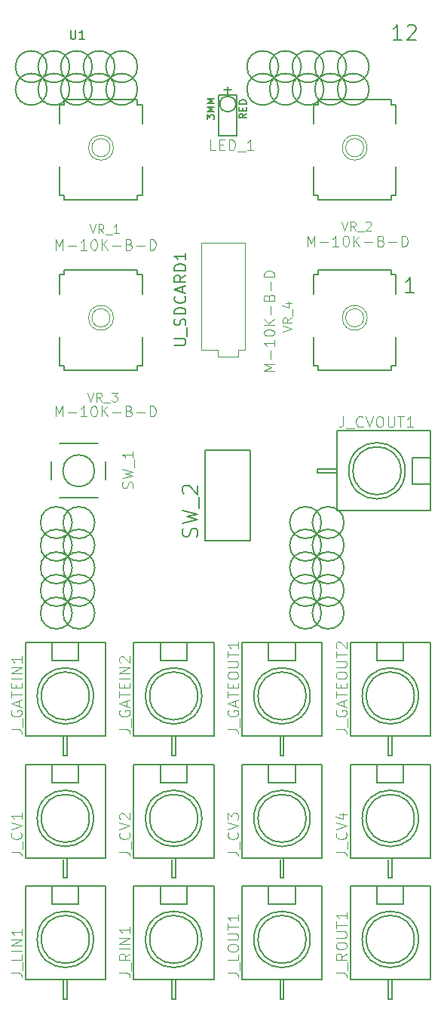
<source format=gbr>
G04 #@! TF.GenerationSoftware,KiCad,Pcbnew,8.0.0*
G04 #@! TF.CreationDate,2024-07-20T14:52:05+02:00*
G04 #@! TF.ProjectId,ES_Daisy_Patch_SM_FB_Rev1,45535f44-6169-4737-995f-50617463685f,rev?*
G04 #@! TF.SameCoordinates,Original*
G04 #@! TF.FileFunction,Legend,Top*
G04 #@! TF.FilePolarity,Positive*
%FSLAX46Y46*%
G04 Gerber Fmt 4.6, Leading zero omitted, Abs format (unit mm)*
G04 Created by KiCad (PCBNEW 8.0.0) date 2024-07-20 14:52:05*
%MOMM*%
%LPD*%
G01*
G04 APERTURE LIST*
%ADD10C,0.142240*%
%ADD11C,0.096520*%
%ADD12C,0.150000*%
%ADD13C,0.081076*%
%ADD14C,0.120650*%
%ADD15C,0.152400*%
%ADD16C,0.135128*%
%ADD17C,0.127000*%
%ADD18C,0.060000*%
%ADD19C,0.080000*%
%ADD20C,0.203200*%
%ADD21C,0.050800*%
G04 APERTURE END LIST*
D10*
X169431611Y-80039490D02*
X168466411Y-80039490D01*
X168949011Y-80039490D02*
X168949011Y-78350390D01*
X168949011Y-78350390D02*
X168788144Y-78591690D01*
X168788144Y-78591690D02*
X168627278Y-78752557D01*
X168627278Y-78752557D02*
X168466411Y-78832990D01*
X168031611Y-51639490D02*
X167066411Y-51639490D01*
X167549011Y-51639490D02*
X167549011Y-49950390D01*
X167549011Y-49950390D02*
X167388144Y-50191690D01*
X167388144Y-50191690D02*
X167227278Y-50352557D01*
X167227278Y-50352557D02*
X167066411Y-50432990D01*
X168675078Y-50111257D02*
X168755511Y-50030823D01*
X168755511Y-50030823D02*
X168916378Y-49950390D01*
X168916378Y-49950390D02*
X169318545Y-49950390D01*
X169318545Y-49950390D02*
X169479411Y-50030823D01*
X169479411Y-50030823D02*
X169559845Y-50111257D01*
X169559845Y-50111257D02*
X169640278Y-50272123D01*
X169640278Y-50272123D02*
X169640278Y-50432990D01*
X169640278Y-50432990D02*
X169559845Y-50674290D01*
X169559845Y-50674290D02*
X168594645Y-51639490D01*
X168594645Y-51639490D02*
X169640278Y-51639490D01*
D11*
X124142127Y-142840423D02*
X125003913Y-142840423D01*
X125003913Y-142840423D02*
X125176270Y-142897876D01*
X125176270Y-142897876D02*
X125291175Y-143012780D01*
X125291175Y-143012780D02*
X125348627Y-143185138D01*
X125348627Y-143185138D02*
X125348627Y-143300042D01*
X125463532Y-142553162D02*
X125463532Y-141633923D01*
X125233722Y-140657233D02*
X125291175Y-140714685D01*
X125291175Y-140714685D02*
X125348627Y-140887043D01*
X125348627Y-140887043D02*
X125348627Y-141001947D01*
X125348627Y-141001947D02*
X125291175Y-141174304D01*
X125291175Y-141174304D02*
X125176270Y-141289209D01*
X125176270Y-141289209D02*
X125061365Y-141346662D01*
X125061365Y-141346662D02*
X124831555Y-141404114D01*
X124831555Y-141404114D02*
X124659198Y-141404114D01*
X124659198Y-141404114D02*
X124429389Y-141346662D01*
X124429389Y-141346662D02*
X124314484Y-141289209D01*
X124314484Y-141289209D02*
X124199579Y-141174304D01*
X124199579Y-141174304D02*
X124142127Y-141001947D01*
X124142127Y-141001947D02*
X124142127Y-140887043D01*
X124142127Y-140887043D02*
X124199579Y-140714685D01*
X124199579Y-140714685D02*
X124257032Y-140657233D01*
X124142127Y-140312519D02*
X125348627Y-139910352D01*
X125348627Y-139910352D02*
X124142127Y-139508185D01*
X125348627Y-138474042D02*
X125348627Y-139163471D01*
X125348627Y-138818757D02*
X124142127Y-138818757D01*
X124142127Y-138818757D02*
X124314484Y-138933661D01*
X124314484Y-138933661D02*
X124429389Y-139048566D01*
X124429389Y-139048566D02*
X124486841Y-139163471D01*
X136308827Y-142840423D02*
X137170613Y-142840423D01*
X137170613Y-142840423D02*
X137342970Y-142897876D01*
X137342970Y-142897876D02*
X137457875Y-143012780D01*
X137457875Y-143012780D02*
X137515327Y-143185138D01*
X137515327Y-143185138D02*
X137515327Y-143300042D01*
X137630232Y-142553162D02*
X137630232Y-141633923D01*
X137400422Y-140657233D02*
X137457875Y-140714685D01*
X137457875Y-140714685D02*
X137515327Y-140887043D01*
X137515327Y-140887043D02*
X137515327Y-141001947D01*
X137515327Y-141001947D02*
X137457875Y-141174304D01*
X137457875Y-141174304D02*
X137342970Y-141289209D01*
X137342970Y-141289209D02*
X137228065Y-141346662D01*
X137228065Y-141346662D02*
X136998255Y-141404114D01*
X136998255Y-141404114D02*
X136825898Y-141404114D01*
X136825898Y-141404114D02*
X136596089Y-141346662D01*
X136596089Y-141346662D02*
X136481184Y-141289209D01*
X136481184Y-141289209D02*
X136366279Y-141174304D01*
X136366279Y-141174304D02*
X136308827Y-141001947D01*
X136308827Y-141001947D02*
X136308827Y-140887043D01*
X136308827Y-140887043D02*
X136366279Y-140714685D01*
X136366279Y-140714685D02*
X136423732Y-140657233D01*
X136308827Y-140312519D02*
X137515327Y-139910352D01*
X137515327Y-139910352D02*
X136308827Y-139508185D01*
X136423732Y-139163471D02*
X136366279Y-139106019D01*
X136366279Y-139106019D02*
X136308827Y-138991114D01*
X136308827Y-138991114D02*
X136308827Y-138703852D01*
X136308827Y-138703852D02*
X136366279Y-138588947D01*
X136366279Y-138588947D02*
X136423732Y-138531495D01*
X136423732Y-138531495D02*
X136538636Y-138474042D01*
X136538636Y-138474042D02*
X136653541Y-138474042D01*
X136653541Y-138474042D02*
X136825898Y-138531495D01*
X136825898Y-138531495D02*
X137515327Y-139220923D01*
X137515327Y-139220923D02*
X137515327Y-138474042D01*
X148475427Y-142840423D02*
X149337213Y-142840423D01*
X149337213Y-142840423D02*
X149509570Y-142897876D01*
X149509570Y-142897876D02*
X149624475Y-143012780D01*
X149624475Y-143012780D02*
X149681927Y-143185138D01*
X149681927Y-143185138D02*
X149681927Y-143300042D01*
X149796832Y-142553162D02*
X149796832Y-141633923D01*
X149567022Y-140657233D02*
X149624475Y-140714685D01*
X149624475Y-140714685D02*
X149681927Y-140887043D01*
X149681927Y-140887043D02*
X149681927Y-141001947D01*
X149681927Y-141001947D02*
X149624475Y-141174304D01*
X149624475Y-141174304D02*
X149509570Y-141289209D01*
X149509570Y-141289209D02*
X149394665Y-141346662D01*
X149394665Y-141346662D02*
X149164855Y-141404114D01*
X149164855Y-141404114D02*
X148992498Y-141404114D01*
X148992498Y-141404114D02*
X148762689Y-141346662D01*
X148762689Y-141346662D02*
X148647784Y-141289209D01*
X148647784Y-141289209D02*
X148532879Y-141174304D01*
X148532879Y-141174304D02*
X148475427Y-141001947D01*
X148475427Y-141001947D02*
X148475427Y-140887043D01*
X148475427Y-140887043D02*
X148532879Y-140714685D01*
X148532879Y-140714685D02*
X148590332Y-140657233D01*
X148475427Y-140312519D02*
X149681927Y-139910352D01*
X149681927Y-139910352D02*
X148475427Y-139508185D01*
X148475427Y-139220923D02*
X148475427Y-138474042D01*
X148475427Y-138474042D02*
X148935046Y-138876209D01*
X148935046Y-138876209D02*
X148935046Y-138703852D01*
X148935046Y-138703852D02*
X148992498Y-138588947D01*
X148992498Y-138588947D02*
X149049951Y-138531495D01*
X149049951Y-138531495D02*
X149164855Y-138474042D01*
X149164855Y-138474042D02*
X149452117Y-138474042D01*
X149452117Y-138474042D02*
X149567022Y-138531495D01*
X149567022Y-138531495D02*
X149624475Y-138588947D01*
X149624475Y-138588947D02*
X149681927Y-138703852D01*
X149681927Y-138703852D02*
X149681927Y-139048566D01*
X149681927Y-139048566D02*
X149624475Y-139163471D01*
X149624475Y-139163471D02*
X149567022Y-139220923D01*
X160642127Y-142840423D02*
X161503913Y-142840423D01*
X161503913Y-142840423D02*
X161676270Y-142897876D01*
X161676270Y-142897876D02*
X161791175Y-143012780D01*
X161791175Y-143012780D02*
X161848627Y-143185138D01*
X161848627Y-143185138D02*
X161848627Y-143300042D01*
X161963532Y-142553162D02*
X161963532Y-141633923D01*
X161733722Y-140657233D02*
X161791175Y-140714685D01*
X161791175Y-140714685D02*
X161848627Y-140887043D01*
X161848627Y-140887043D02*
X161848627Y-141001947D01*
X161848627Y-141001947D02*
X161791175Y-141174304D01*
X161791175Y-141174304D02*
X161676270Y-141289209D01*
X161676270Y-141289209D02*
X161561365Y-141346662D01*
X161561365Y-141346662D02*
X161331555Y-141404114D01*
X161331555Y-141404114D02*
X161159198Y-141404114D01*
X161159198Y-141404114D02*
X160929389Y-141346662D01*
X160929389Y-141346662D02*
X160814484Y-141289209D01*
X160814484Y-141289209D02*
X160699579Y-141174304D01*
X160699579Y-141174304D02*
X160642127Y-141001947D01*
X160642127Y-141001947D02*
X160642127Y-140887043D01*
X160642127Y-140887043D02*
X160699579Y-140714685D01*
X160699579Y-140714685D02*
X160757032Y-140657233D01*
X160642127Y-140312519D02*
X161848627Y-139910352D01*
X161848627Y-139910352D02*
X160642127Y-139508185D01*
X161044294Y-138588947D02*
X161848627Y-138588947D01*
X160584675Y-138876209D02*
X161446460Y-139163471D01*
X161446460Y-139163471D02*
X161446460Y-138416590D01*
X161476176Y-93926827D02*
X161476176Y-94788613D01*
X161476176Y-94788613D02*
X161418723Y-94960970D01*
X161418723Y-94960970D02*
X161303819Y-95075875D01*
X161303819Y-95075875D02*
X161131461Y-95133327D01*
X161131461Y-95133327D02*
X161016557Y-95133327D01*
X161763438Y-95248232D02*
X162682676Y-95248232D01*
X163659366Y-95018422D02*
X163601914Y-95075875D01*
X163601914Y-95075875D02*
X163429556Y-95133327D01*
X163429556Y-95133327D02*
X163314652Y-95133327D01*
X163314652Y-95133327D02*
X163142295Y-95075875D01*
X163142295Y-95075875D02*
X163027390Y-94960970D01*
X163027390Y-94960970D02*
X162969937Y-94846065D01*
X162969937Y-94846065D02*
X162912485Y-94616255D01*
X162912485Y-94616255D02*
X162912485Y-94443898D01*
X162912485Y-94443898D02*
X162969937Y-94214089D01*
X162969937Y-94214089D02*
X163027390Y-94099184D01*
X163027390Y-94099184D02*
X163142295Y-93984279D01*
X163142295Y-93984279D02*
X163314652Y-93926827D01*
X163314652Y-93926827D02*
X163429556Y-93926827D01*
X163429556Y-93926827D02*
X163601914Y-93984279D01*
X163601914Y-93984279D02*
X163659366Y-94041732D01*
X164004080Y-93926827D02*
X164406247Y-95133327D01*
X164406247Y-95133327D02*
X164808414Y-93926827D01*
X165440390Y-93926827D02*
X165670199Y-93926827D01*
X165670199Y-93926827D02*
X165785104Y-93984279D01*
X165785104Y-93984279D02*
X165900009Y-94099184D01*
X165900009Y-94099184D02*
X165957461Y-94328994D01*
X165957461Y-94328994D02*
X165957461Y-94731160D01*
X165957461Y-94731160D02*
X165900009Y-94960970D01*
X165900009Y-94960970D02*
X165785104Y-95075875D01*
X165785104Y-95075875D02*
X165670199Y-95133327D01*
X165670199Y-95133327D02*
X165440390Y-95133327D01*
X165440390Y-95133327D02*
X165325485Y-95075875D01*
X165325485Y-95075875D02*
X165210580Y-94960970D01*
X165210580Y-94960970D02*
X165153128Y-94731160D01*
X165153128Y-94731160D02*
X165153128Y-94328994D01*
X165153128Y-94328994D02*
X165210580Y-94099184D01*
X165210580Y-94099184D02*
X165325485Y-93984279D01*
X165325485Y-93984279D02*
X165440390Y-93926827D01*
X166474532Y-93926827D02*
X166474532Y-94903517D01*
X166474532Y-94903517D02*
X166531985Y-95018422D01*
X166531985Y-95018422D02*
X166589437Y-95075875D01*
X166589437Y-95075875D02*
X166704342Y-95133327D01*
X166704342Y-95133327D02*
X166934151Y-95133327D01*
X166934151Y-95133327D02*
X167049056Y-95075875D01*
X167049056Y-95075875D02*
X167106509Y-95018422D01*
X167106509Y-95018422D02*
X167163961Y-94903517D01*
X167163961Y-94903517D02*
X167163961Y-93926827D01*
X167566127Y-93926827D02*
X168255556Y-93926827D01*
X167910842Y-95133327D02*
X167910842Y-93926827D01*
X169289699Y-95133327D02*
X168600270Y-95133327D01*
X168944984Y-95133327D02*
X168944984Y-93926827D01*
X168944984Y-93926827D02*
X168830080Y-94099184D01*
X168830080Y-94099184D02*
X168715175Y-94214089D01*
X168715175Y-94214089D02*
X168600270Y-94271541D01*
X124142127Y-129090423D02*
X125003913Y-129090423D01*
X125003913Y-129090423D02*
X125176270Y-129147876D01*
X125176270Y-129147876D02*
X125291175Y-129262780D01*
X125291175Y-129262780D02*
X125348627Y-129435138D01*
X125348627Y-129435138D02*
X125348627Y-129550042D01*
X125463532Y-128803162D02*
X125463532Y-127883923D01*
X124199579Y-126964685D02*
X124142127Y-127079590D01*
X124142127Y-127079590D02*
X124142127Y-127251947D01*
X124142127Y-127251947D02*
X124199579Y-127424304D01*
X124199579Y-127424304D02*
X124314484Y-127539209D01*
X124314484Y-127539209D02*
X124429389Y-127596662D01*
X124429389Y-127596662D02*
X124659198Y-127654114D01*
X124659198Y-127654114D02*
X124831555Y-127654114D01*
X124831555Y-127654114D02*
X125061365Y-127596662D01*
X125061365Y-127596662D02*
X125176270Y-127539209D01*
X125176270Y-127539209D02*
X125291175Y-127424304D01*
X125291175Y-127424304D02*
X125348627Y-127251947D01*
X125348627Y-127251947D02*
X125348627Y-127137043D01*
X125348627Y-127137043D02*
X125291175Y-126964685D01*
X125291175Y-126964685D02*
X125233722Y-126907233D01*
X125233722Y-126907233D02*
X124831555Y-126907233D01*
X124831555Y-126907233D02*
X124831555Y-127137043D01*
X125003913Y-126447614D02*
X125003913Y-125873090D01*
X125348627Y-126562519D02*
X124142127Y-126160352D01*
X124142127Y-126160352D02*
X125348627Y-125758185D01*
X124142127Y-125528376D02*
X124142127Y-124838947D01*
X125348627Y-125183661D02*
X124142127Y-125183661D01*
X124716651Y-124436781D02*
X124716651Y-124034614D01*
X125348627Y-123862257D02*
X125348627Y-124436781D01*
X125348627Y-124436781D02*
X124142127Y-124436781D01*
X124142127Y-124436781D02*
X124142127Y-123862257D01*
X125348627Y-123345186D02*
X124142127Y-123345186D01*
X125348627Y-122770662D02*
X124142127Y-122770662D01*
X124142127Y-122770662D02*
X125348627Y-122081233D01*
X125348627Y-122081233D02*
X124142127Y-122081233D01*
X125348627Y-120874733D02*
X125348627Y-121564162D01*
X125348627Y-121219448D02*
X124142127Y-121219448D01*
X124142127Y-121219448D02*
X124314484Y-121334352D01*
X124314484Y-121334352D02*
X124429389Y-121449257D01*
X124429389Y-121449257D02*
X124486841Y-121564162D01*
X136308827Y-129090423D02*
X137170613Y-129090423D01*
X137170613Y-129090423D02*
X137342970Y-129147876D01*
X137342970Y-129147876D02*
X137457875Y-129262780D01*
X137457875Y-129262780D02*
X137515327Y-129435138D01*
X137515327Y-129435138D02*
X137515327Y-129550042D01*
X137630232Y-128803162D02*
X137630232Y-127883923D01*
X136366279Y-126964685D02*
X136308827Y-127079590D01*
X136308827Y-127079590D02*
X136308827Y-127251947D01*
X136308827Y-127251947D02*
X136366279Y-127424304D01*
X136366279Y-127424304D02*
X136481184Y-127539209D01*
X136481184Y-127539209D02*
X136596089Y-127596662D01*
X136596089Y-127596662D02*
X136825898Y-127654114D01*
X136825898Y-127654114D02*
X136998255Y-127654114D01*
X136998255Y-127654114D02*
X137228065Y-127596662D01*
X137228065Y-127596662D02*
X137342970Y-127539209D01*
X137342970Y-127539209D02*
X137457875Y-127424304D01*
X137457875Y-127424304D02*
X137515327Y-127251947D01*
X137515327Y-127251947D02*
X137515327Y-127137043D01*
X137515327Y-127137043D02*
X137457875Y-126964685D01*
X137457875Y-126964685D02*
X137400422Y-126907233D01*
X137400422Y-126907233D02*
X136998255Y-126907233D01*
X136998255Y-126907233D02*
X136998255Y-127137043D01*
X137170613Y-126447614D02*
X137170613Y-125873090D01*
X137515327Y-126562519D02*
X136308827Y-126160352D01*
X136308827Y-126160352D02*
X137515327Y-125758185D01*
X136308827Y-125528376D02*
X136308827Y-124838947D01*
X137515327Y-125183661D02*
X136308827Y-125183661D01*
X136883351Y-124436781D02*
X136883351Y-124034614D01*
X137515327Y-123862257D02*
X137515327Y-124436781D01*
X137515327Y-124436781D02*
X136308827Y-124436781D01*
X136308827Y-124436781D02*
X136308827Y-123862257D01*
X137515327Y-123345186D02*
X136308827Y-123345186D01*
X137515327Y-122770662D02*
X136308827Y-122770662D01*
X136308827Y-122770662D02*
X137515327Y-122081233D01*
X137515327Y-122081233D02*
X136308827Y-122081233D01*
X136423732Y-121564162D02*
X136366279Y-121506710D01*
X136366279Y-121506710D02*
X136308827Y-121391805D01*
X136308827Y-121391805D02*
X136308827Y-121104543D01*
X136308827Y-121104543D02*
X136366279Y-120989638D01*
X136366279Y-120989638D02*
X136423732Y-120932186D01*
X136423732Y-120932186D02*
X136538636Y-120874733D01*
X136538636Y-120874733D02*
X136653541Y-120874733D01*
X136653541Y-120874733D02*
X136825898Y-120932186D01*
X136825898Y-120932186D02*
X137515327Y-121621614D01*
X137515327Y-121621614D02*
X137515327Y-120874733D01*
X148475427Y-129090423D02*
X149337213Y-129090423D01*
X149337213Y-129090423D02*
X149509570Y-129147876D01*
X149509570Y-129147876D02*
X149624475Y-129262780D01*
X149624475Y-129262780D02*
X149681927Y-129435138D01*
X149681927Y-129435138D02*
X149681927Y-129550042D01*
X149796832Y-128803162D02*
X149796832Y-127883923D01*
X148532879Y-126964685D02*
X148475427Y-127079590D01*
X148475427Y-127079590D02*
X148475427Y-127251947D01*
X148475427Y-127251947D02*
X148532879Y-127424304D01*
X148532879Y-127424304D02*
X148647784Y-127539209D01*
X148647784Y-127539209D02*
X148762689Y-127596662D01*
X148762689Y-127596662D02*
X148992498Y-127654114D01*
X148992498Y-127654114D02*
X149164855Y-127654114D01*
X149164855Y-127654114D02*
X149394665Y-127596662D01*
X149394665Y-127596662D02*
X149509570Y-127539209D01*
X149509570Y-127539209D02*
X149624475Y-127424304D01*
X149624475Y-127424304D02*
X149681927Y-127251947D01*
X149681927Y-127251947D02*
X149681927Y-127137043D01*
X149681927Y-127137043D02*
X149624475Y-126964685D01*
X149624475Y-126964685D02*
X149567022Y-126907233D01*
X149567022Y-126907233D02*
X149164855Y-126907233D01*
X149164855Y-126907233D02*
X149164855Y-127137043D01*
X149337213Y-126447614D02*
X149337213Y-125873090D01*
X149681927Y-126562519D02*
X148475427Y-126160352D01*
X148475427Y-126160352D02*
X149681927Y-125758185D01*
X148475427Y-125528376D02*
X148475427Y-124838947D01*
X149681927Y-125183661D02*
X148475427Y-125183661D01*
X149049951Y-124436781D02*
X149049951Y-124034614D01*
X149681927Y-123862257D02*
X149681927Y-124436781D01*
X149681927Y-124436781D02*
X148475427Y-124436781D01*
X148475427Y-124436781D02*
X148475427Y-123862257D01*
X148475427Y-123115376D02*
X148475427Y-122885567D01*
X148475427Y-122885567D02*
X148532879Y-122770662D01*
X148532879Y-122770662D02*
X148647784Y-122655757D01*
X148647784Y-122655757D02*
X148877594Y-122598305D01*
X148877594Y-122598305D02*
X149279760Y-122598305D01*
X149279760Y-122598305D02*
X149509570Y-122655757D01*
X149509570Y-122655757D02*
X149624475Y-122770662D01*
X149624475Y-122770662D02*
X149681927Y-122885567D01*
X149681927Y-122885567D02*
X149681927Y-123115376D01*
X149681927Y-123115376D02*
X149624475Y-123230281D01*
X149624475Y-123230281D02*
X149509570Y-123345186D01*
X149509570Y-123345186D02*
X149279760Y-123402638D01*
X149279760Y-123402638D02*
X148877594Y-123402638D01*
X148877594Y-123402638D02*
X148647784Y-123345186D01*
X148647784Y-123345186D02*
X148532879Y-123230281D01*
X148532879Y-123230281D02*
X148475427Y-123115376D01*
X148475427Y-122081234D02*
X149452117Y-122081234D01*
X149452117Y-122081234D02*
X149567022Y-122023781D01*
X149567022Y-122023781D02*
X149624475Y-121966329D01*
X149624475Y-121966329D02*
X149681927Y-121851424D01*
X149681927Y-121851424D02*
X149681927Y-121621615D01*
X149681927Y-121621615D02*
X149624475Y-121506710D01*
X149624475Y-121506710D02*
X149567022Y-121449257D01*
X149567022Y-121449257D02*
X149452117Y-121391805D01*
X149452117Y-121391805D02*
X148475427Y-121391805D01*
X148475427Y-120989639D02*
X148475427Y-120300210D01*
X149681927Y-120644924D02*
X148475427Y-120644924D01*
X149681927Y-119266067D02*
X149681927Y-119955496D01*
X149681927Y-119610782D02*
X148475427Y-119610782D01*
X148475427Y-119610782D02*
X148647784Y-119725686D01*
X148647784Y-119725686D02*
X148762689Y-119840591D01*
X148762689Y-119840591D02*
X148820141Y-119955496D01*
X160642127Y-129090423D02*
X161503913Y-129090423D01*
X161503913Y-129090423D02*
X161676270Y-129147876D01*
X161676270Y-129147876D02*
X161791175Y-129262780D01*
X161791175Y-129262780D02*
X161848627Y-129435138D01*
X161848627Y-129435138D02*
X161848627Y-129550042D01*
X161963532Y-128803162D02*
X161963532Y-127883923D01*
X160699579Y-126964685D02*
X160642127Y-127079590D01*
X160642127Y-127079590D02*
X160642127Y-127251947D01*
X160642127Y-127251947D02*
X160699579Y-127424304D01*
X160699579Y-127424304D02*
X160814484Y-127539209D01*
X160814484Y-127539209D02*
X160929389Y-127596662D01*
X160929389Y-127596662D02*
X161159198Y-127654114D01*
X161159198Y-127654114D02*
X161331555Y-127654114D01*
X161331555Y-127654114D02*
X161561365Y-127596662D01*
X161561365Y-127596662D02*
X161676270Y-127539209D01*
X161676270Y-127539209D02*
X161791175Y-127424304D01*
X161791175Y-127424304D02*
X161848627Y-127251947D01*
X161848627Y-127251947D02*
X161848627Y-127137043D01*
X161848627Y-127137043D02*
X161791175Y-126964685D01*
X161791175Y-126964685D02*
X161733722Y-126907233D01*
X161733722Y-126907233D02*
X161331555Y-126907233D01*
X161331555Y-126907233D02*
X161331555Y-127137043D01*
X161503913Y-126447614D02*
X161503913Y-125873090D01*
X161848627Y-126562519D02*
X160642127Y-126160352D01*
X160642127Y-126160352D02*
X161848627Y-125758185D01*
X160642127Y-125528376D02*
X160642127Y-124838947D01*
X161848627Y-125183661D02*
X160642127Y-125183661D01*
X161216651Y-124436781D02*
X161216651Y-124034614D01*
X161848627Y-123862257D02*
X161848627Y-124436781D01*
X161848627Y-124436781D02*
X160642127Y-124436781D01*
X160642127Y-124436781D02*
X160642127Y-123862257D01*
X160642127Y-123115376D02*
X160642127Y-122885567D01*
X160642127Y-122885567D02*
X160699579Y-122770662D01*
X160699579Y-122770662D02*
X160814484Y-122655757D01*
X160814484Y-122655757D02*
X161044294Y-122598305D01*
X161044294Y-122598305D02*
X161446460Y-122598305D01*
X161446460Y-122598305D02*
X161676270Y-122655757D01*
X161676270Y-122655757D02*
X161791175Y-122770662D01*
X161791175Y-122770662D02*
X161848627Y-122885567D01*
X161848627Y-122885567D02*
X161848627Y-123115376D01*
X161848627Y-123115376D02*
X161791175Y-123230281D01*
X161791175Y-123230281D02*
X161676270Y-123345186D01*
X161676270Y-123345186D02*
X161446460Y-123402638D01*
X161446460Y-123402638D02*
X161044294Y-123402638D01*
X161044294Y-123402638D02*
X160814484Y-123345186D01*
X160814484Y-123345186D02*
X160699579Y-123230281D01*
X160699579Y-123230281D02*
X160642127Y-123115376D01*
X160642127Y-122081234D02*
X161618817Y-122081234D01*
X161618817Y-122081234D02*
X161733722Y-122023781D01*
X161733722Y-122023781D02*
X161791175Y-121966329D01*
X161791175Y-121966329D02*
X161848627Y-121851424D01*
X161848627Y-121851424D02*
X161848627Y-121621615D01*
X161848627Y-121621615D02*
X161791175Y-121506710D01*
X161791175Y-121506710D02*
X161733722Y-121449257D01*
X161733722Y-121449257D02*
X161618817Y-121391805D01*
X161618817Y-121391805D02*
X160642127Y-121391805D01*
X160642127Y-120989639D02*
X160642127Y-120300210D01*
X161848627Y-120644924D02*
X160642127Y-120644924D01*
X160757032Y-119955496D02*
X160699579Y-119898044D01*
X160699579Y-119898044D02*
X160642127Y-119783139D01*
X160642127Y-119783139D02*
X160642127Y-119495877D01*
X160642127Y-119495877D02*
X160699579Y-119380972D01*
X160699579Y-119380972D02*
X160757032Y-119323520D01*
X160757032Y-119323520D02*
X160871936Y-119266067D01*
X160871936Y-119266067D02*
X160986841Y-119266067D01*
X160986841Y-119266067D02*
X161159198Y-119323520D01*
X161159198Y-119323520D02*
X161848627Y-120012948D01*
X161848627Y-120012948D02*
X161848627Y-119266067D01*
X124142127Y-156428523D02*
X125003913Y-156428523D01*
X125003913Y-156428523D02*
X125176270Y-156485976D01*
X125176270Y-156485976D02*
X125291175Y-156600880D01*
X125291175Y-156600880D02*
X125348627Y-156773238D01*
X125348627Y-156773238D02*
X125348627Y-156888142D01*
X125463532Y-156141262D02*
X125463532Y-155222023D01*
X125348627Y-154360238D02*
X125348627Y-154934762D01*
X125348627Y-154934762D02*
X124142127Y-154934762D01*
X125348627Y-153958072D02*
X124142127Y-153958072D01*
X125348627Y-153383548D02*
X124142127Y-153383548D01*
X124142127Y-153383548D02*
X125348627Y-152694119D01*
X125348627Y-152694119D02*
X124142127Y-152694119D01*
X125348627Y-151487619D02*
X125348627Y-152177048D01*
X125348627Y-151832334D02*
X124142127Y-151832334D01*
X124142127Y-151832334D02*
X124314484Y-151947238D01*
X124314484Y-151947238D02*
X124429389Y-152062143D01*
X124429389Y-152062143D02*
X124486841Y-152177048D01*
X148475427Y-156428523D02*
X149337213Y-156428523D01*
X149337213Y-156428523D02*
X149509570Y-156485976D01*
X149509570Y-156485976D02*
X149624475Y-156600880D01*
X149624475Y-156600880D02*
X149681927Y-156773238D01*
X149681927Y-156773238D02*
X149681927Y-156888142D01*
X149796832Y-156141262D02*
X149796832Y-155222023D01*
X149681927Y-154360238D02*
X149681927Y-154934762D01*
X149681927Y-154934762D02*
X148475427Y-154934762D01*
X148475427Y-153728262D02*
X148475427Y-153498453D01*
X148475427Y-153498453D02*
X148532879Y-153383548D01*
X148532879Y-153383548D02*
X148647784Y-153268643D01*
X148647784Y-153268643D02*
X148877594Y-153211191D01*
X148877594Y-153211191D02*
X149279760Y-153211191D01*
X149279760Y-153211191D02*
X149509570Y-153268643D01*
X149509570Y-153268643D02*
X149624475Y-153383548D01*
X149624475Y-153383548D02*
X149681927Y-153498453D01*
X149681927Y-153498453D02*
X149681927Y-153728262D01*
X149681927Y-153728262D02*
X149624475Y-153843167D01*
X149624475Y-153843167D02*
X149509570Y-153958072D01*
X149509570Y-153958072D02*
X149279760Y-154015524D01*
X149279760Y-154015524D02*
X148877594Y-154015524D01*
X148877594Y-154015524D02*
X148647784Y-153958072D01*
X148647784Y-153958072D02*
X148532879Y-153843167D01*
X148532879Y-153843167D02*
X148475427Y-153728262D01*
X148475427Y-152694120D02*
X149452117Y-152694120D01*
X149452117Y-152694120D02*
X149567022Y-152636667D01*
X149567022Y-152636667D02*
X149624475Y-152579215D01*
X149624475Y-152579215D02*
X149681927Y-152464310D01*
X149681927Y-152464310D02*
X149681927Y-152234501D01*
X149681927Y-152234501D02*
X149624475Y-152119596D01*
X149624475Y-152119596D02*
X149567022Y-152062143D01*
X149567022Y-152062143D02*
X149452117Y-152004691D01*
X149452117Y-152004691D02*
X148475427Y-152004691D01*
X148475427Y-151602525D02*
X148475427Y-150913096D01*
X149681927Y-151257810D02*
X148475427Y-151257810D01*
X149681927Y-149878953D02*
X149681927Y-150568382D01*
X149681927Y-150223668D02*
X148475427Y-150223668D01*
X148475427Y-150223668D02*
X148647784Y-150338572D01*
X148647784Y-150338572D02*
X148762689Y-150453477D01*
X148762689Y-150453477D02*
X148820141Y-150568382D01*
X136308827Y-156428523D02*
X137170613Y-156428523D01*
X137170613Y-156428523D02*
X137342970Y-156485976D01*
X137342970Y-156485976D02*
X137457875Y-156600880D01*
X137457875Y-156600880D02*
X137515327Y-156773238D01*
X137515327Y-156773238D02*
X137515327Y-156888142D01*
X137630232Y-156141262D02*
X137630232Y-155222023D01*
X137515327Y-154245333D02*
X136940803Y-154647500D01*
X137515327Y-154934762D02*
X136308827Y-154934762D01*
X136308827Y-154934762D02*
X136308827Y-154475143D01*
X136308827Y-154475143D02*
X136366279Y-154360238D01*
X136366279Y-154360238D02*
X136423732Y-154302785D01*
X136423732Y-154302785D02*
X136538636Y-154245333D01*
X136538636Y-154245333D02*
X136710994Y-154245333D01*
X136710994Y-154245333D02*
X136825898Y-154302785D01*
X136825898Y-154302785D02*
X136883351Y-154360238D01*
X136883351Y-154360238D02*
X136940803Y-154475143D01*
X136940803Y-154475143D02*
X136940803Y-154934762D01*
X137515327Y-153728262D02*
X136308827Y-153728262D01*
X137515327Y-153153738D02*
X136308827Y-153153738D01*
X136308827Y-153153738D02*
X137515327Y-152464309D01*
X137515327Y-152464309D02*
X136308827Y-152464309D01*
X137515327Y-151257809D02*
X137515327Y-151947238D01*
X137515327Y-151602524D02*
X136308827Y-151602524D01*
X136308827Y-151602524D02*
X136481184Y-151717428D01*
X136481184Y-151717428D02*
X136596089Y-151832333D01*
X136596089Y-151832333D02*
X136653541Y-151947238D01*
X160642127Y-156428523D02*
X161503913Y-156428523D01*
X161503913Y-156428523D02*
X161676270Y-156485976D01*
X161676270Y-156485976D02*
X161791175Y-156600880D01*
X161791175Y-156600880D02*
X161848627Y-156773238D01*
X161848627Y-156773238D02*
X161848627Y-156888142D01*
X161963532Y-156141262D02*
X161963532Y-155222023D01*
X161848627Y-154245333D02*
X161274103Y-154647500D01*
X161848627Y-154934762D02*
X160642127Y-154934762D01*
X160642127Y-154934762D02*
X160642127Y-154475143D01*
X160642127Y-154475143D02*
X160699579Y-154360238D01*
X160699579Y-154360238D02*
X160757032Y-154302785D01*
X160757032Y-154302785D02*
X160871936Y-154245333D01*
X160871936Y-154245333D02*
X161044294Y-154245333D01*
X161044294Y-154245333D02*
X161159198Y-154302785D01*
X161159198Y-154302785D02*
X161216651Y-154360238D01*
X161216651Y-154360238D02*
X161274103Y-154475143D01*
X161274103Y-154475143D02*
X161274103Y-154934762D01*
X160642127Y-153498452D02*
X160642127Y-153268643D01*
X160642127Y-153268643D02*
X160699579Y-153153738D01*
X160699579Y-153153738D02*
X160814484Y-153038833D01*
X160814484Y-153038833D02*
X161044294Y-152981381D01*
X161044294Y-152981381D02*
X161446460Y-152981381D01*
X161446460Y-152981381D02*
X161676270Y-153038833D01*
X161676270Y-153038833D02*
X161791175Y-153153738D01*
X161791175Y-153153738D02*
X161848627Y-153268643D01*
X161848627Y-153268643D02*
X161848627Y-153498452D01*
X161848627Y-153498452D02*
X161791175Y-153613357D01*
X161791175Y-153613357D02*
X161676270Y-153728262D01*
X161676270Y-153728262D02*
X161446460Y-153785714D01*
X161446460Y-153785714D02*
X161044294Y-153785714D01*
X161044294Y-153785714D02*
X160814484Y-153728262D01*
X160814484Y-153728262D02*
X160699579Y-153613357D01*
X160699579Y-153613357D02*
X160642127Y-153498452D01*
X160642127Y-152464310D02*
X161618817Y-152464310D01*
X161618817Y-152464310D02*
X161733722Y-152406857D01*
X161733722Y-152406857D02*
X161791175Y-152349405D01*
X161791175Y-152349405D02*
X161848627Y-152234500D01*
X161848627Y-152234500D02*
X161848627Y-152004691D01*
X161848627Y-152004691D02*
X161791175Y-151889786D01*
X161791175Y-151889786D02*
X161733722Y-151832333D01*
X161733722Y-151832333D02*
X161618817Y-151774881D01*
X161618817Y-151774881D02*
X160642127Y-151774881D01*
X160642127Y-151372715D02*
X160642127Y-150683286D01*
X161848627Y-151028000D02*
X160642127Y-151028000D01*
X161848627Y-149649143D02*
X161848627Y-150338572D01*
X161848627Y-149993858D02*
X160642127Y-149993858D01*
X160642127Y-149993858D02*
X160814484Y-150108762D01*
X160814484Y-150108762D02*
X160929389Y-150223667D01*
X160929389Y-150223667D02*
X160986841Y-150338572D01*
D12*
X142509726Y-85940476D02*
X143537821Y-85940476D01*
X143537821Y-85940476D02*
X143658773Y-85879999D01*
X143658773Y-85879999D02*
X143719250Y-85819523D01*
X143719250Y-85819523D02*
X143779726Y-85698571D01*
X143779726Y-85698571D02*
X143779726Y-85456666D01*
X143779726Y-85456666D02*
X143719250Y-85335714D01*
X143719250Y-85335714D02*
X143658773Y-85275237D01*
X143658773Y-85275237D02*
X143537821Y-85214761D01*
X143537821Y-85214761D02*
X142509726Y-85214761D01*
X143900678Y-84912381D02*
X143900678Y-83944761D01*
X143719250Y-83702857D02*
X143779726Y-83521428D01*
X143779726Y-83521428D02*
X143779726Y-83219047D01*
X143779726Y-83219047D02*
X143719250Y-83098095D01*
X143719250Y-83098095D02*
X143658773Y-83037619D01*
X143658773Y-83037619D02*
X143537821Y-82977142D01*
X143537821Y-82977142D02*
X143416869Y-82977142D01*
X143416869Y-82977142D02*
X143295916Y-83037619D01*
X143295916Y-83037619D02*
X143235440Y-83098095D01*
X143235440Y-83098095D02*
X143174964Y-83219047D01*
X143174964Y-83219047D02*
X143114488Y-83460952D01*
X143114488Y-83460952D02*
X143054011Y-83581904D01*
X143054011Y-83581904D02*
X142993535Y-83642381D01*
X142993535Y-83642381D02*
X142872583Y-83702857D01*
X142872583Y-83702857D02*
X142751630Y-83702857D01*
X142751630Y-83702857D02*
X142630678Y-83642381D01*
X142630678Y-83642381D02*
X142570202Y-83581904D01*
X142570202Y-83581904D02*
X142509726Y-83460952D01*
X142509726Y-83460952D02*
X142509726Y-83158571D01*
X142509726Y-83158571D02*
X142570202Y-82977142D01*
X143779726Y-82432857D02*
X142509726Y-82432857D01*
X142509726Y-82432857D02*
X142509726Y-82130476D01*
X142509726Y-82130476D02*
X142570202Y-81949047D01*
X142570202Y-81949047D02*
X142691154Y-81828095D01*
X142691154Y-81828095D02*
X142812107Y-81767618D01*
X142812107Y-81767618D02*
X143054011Y-81707142D01*
X143054011Y-81707142D02*
X143235440Y-81707142D01*
X143235440Y-81707142D02*
X143477345Y-81767618D01*
X143477345Y-81767618D02*
X143598297Y-81828095D01*
X143598297Y-81828095D02*
X143719250Y-81949047D01*
X143719250Y-81949047D02*
X143779726Y-82130476D01*
X143779726Y-82130476D02*
X143779726Y-82432857D01*
X143658773Y-80437142D02*
X143719250Y-80497618D01*
X143719250Y-80497618D02*
X143779726Y-80679047D01*
X143779726Y-80679047D02*
X143779726Y-80799999D01*
X143779726Y-80799999D02*
X143719250Y-80981428D01*
X143719250Y-80981428D02*
X143598297Y-81102380D01*
X143598297Y-81102380D02*
X143477345Y-81162857D01*
X143477345Y-81162857D02*
X143235440Y-81223333D01*
X143235440Y-81223333D02*
X143054011Y-81223333D01*
X143054011Y-81223333D02*
X142812107Y-81162857D01*
X142812107Y-81162857D02*
X142691154Y-81102380D01*
X142691154Y-81102380D02*
X142570202Y-80981428D01*
X142570202Y-80981428D02*
X142509726Y-80799999D01*
X142509726Y-80799999D02*
X142509726Y-80679047D01*
X142509726Y-80679047D02*
X142570202Y-80497618D01*
X142570202Y-80497618D02*
X142630678Y-80437142D01*
X143416869Y-79953333D02*
X143416869Y-79348571D01*
X143779726Y-80074285D02*
X142509726Y-79650952D01*
X142509726Y-79650952D02*
X143779726Y-79227618D01*
X143779726Y-78078571D02*
X143174964Y-78501905D01*
X143779726Y-78804286D02*
X142509726Y-78804286D01*
X142509726Y-78804286D02*
X142509726Y-78320476D01*
X142509726Y-78320476D02*
X142570202Y-78199524D01*
X142570202Y-78199524D02*
X142630678Y-78139047D01*
X142630678Y-78139047D02*
X142751630Y-78078571D01*
X142751630Y-78078571D02*
X142933059Y-78078571D01*
X142933059Y-78078571D02*
X143054011Y-78139047D01*
X143054011Y-78139047D02*
X143114488Y-78199524D01*
X143114488Y-78199524D02*
X143174964Y-78320476D01*
X143174964Y-78320476D02*
X143174964Y-78804286D01*
X143779726Y-77534286D02*
X142509726Y-77534286D01*
X142509726Y-77534286D02*
X142509726Y-77231905D01*
X142509726Y-77231905D02*
X142570202Y-77050476D01*
X142570202Y-77050476D02*
X142691154Y-76929524D01*
X142691154Y-76929524D02*
X142812107Y-76869047D01*
X142812107Y-76869047D02*
X143054011Y-76808571D01*
X143054011Y-76808571D02*
X143235440Y-76808571D01*
X143235440Y-76808571D02*
X143477345Y-76869047D01*
X143477345Y-76869047D02*
X143598297Y-76929524D01*
X143598297Y-76929524D02*
X143719250Y-77050476D01*
X143719250Y-77050476D02*
X143779726Y-77231905D01*
X143779726Y-77231905D02*
X143779726Y-77534286D01*
X143779726Y-75599047D02*
X143779726Y-76324762D01*
X143779726Y-75961905D02*
X142509726Y-75961905D01*
X142509726Y-75961905D02*
X142691154Y-76082857D01*
X142691154Y-76082857D02*
X142812107Y-76203809D01*
X142812107Y-76203809D02*
X142872583Y-76324762D01*
D13*
X132949859Y-72358296D02*
X133287679Y-73371756D01*
X133287679Y-73371756D02*
X133625499Y-72358296D01*
X134542439Y-73371756D02*
X134204619Y-72889156D01*
X133963319Y-73371756D02*
X133963319Y-72358296D01*
X133963319Y-72358296D02*
X134349399Y-72358296D01*
X134349399Y-72358296D02*
X134445919Y-72406556D01*
X134445919Y-72406556D02*
X134494179Y-72454816D01*
X134494179Y-72454816D02*
X134542439Y-72551336D01*
X134542439Y-72551336D02*
X134542439Y-72696116D01*
X134542439Y-72696116D02*
X134494179Y-72792636D01*
X134494179Y-72792636D02*
X134445919Y-72840896D01*
X134445919Y-72840896D02*
X134349399Y-72889156D01*
X134349399Y-72889156D02*
X133963319Y-72889156D01*
X134735479Y-73468276D02*
X135507639Y-73468276D01*
X136279799Y-73371756D02*
X135700679Y-73371756D01*
X135990239Y-73371756D02*
X135990239Y-72358296D01*
X135990239Y-72358296D02*
X135893719Y-72503076D01*
X135893719Y-72503076D02*
X135797199Y-72599596D01*
X135797199Y-72599596D02*
X135700679Y-72647856D01*
D11*
X129150761Y-75247327D02*
X129150761Y-74040827D01*
X129150761Y-74040827D02*
X129552928Y-74902613D01*
X129552928Y-74902613D02*
X129955095Y-74040827D01*
X129955095Y-74040827D02*
X129955095Y-75247327D01*
X130529618Y-74787708D02*
X131448857Y-74787708D01*
X132655357Y-75247327D02*
X131965928Y-75247327D01*
X132310642Y-75247327D02*
X132310642Y-74040827D01*
X132310642Y-74040827D02*
X132195738Y-74213184D01*
X132195738Y-74213184D02*
X132080833Y-74328089D01*
X132080833Y-74328089D02*
X131965928Y-74385541D01*
X133402238Y-74040827D02*
X133517143Y-74040827D01*
X133517143Y-74040827D02*
X133632047Y-74098279D01*
X133632047Y-74098279D02*
X133689500Y-74155732D01*
X133689500Y-74155732D02*
X133746952Y-74270636D01*
X133746952Y-74270636D02*
X133804405Y-74500446D01*
X133804405Y-74500446D02*
X133804405Y-74787708D01*
X133804405Y-74787708D02*
X133746952Y-75017517D01*
X133746952Y-75017517D02*
X133689500Y-75132422D01*
X133689500Y-75132422D02*
X133632047Y-75189875D01*
X133632047Y-75189875D02*
X133517143Y-75247327D01*
X133517143Y-75247327D02*
X133402238Y-75247327D01*
X133402238Y-75247327D02*
X133287333Y-75189875D01*
X133287333Y-75189875D02*
X133229881Y-75132422D01*
X133229881Y-75132422D02*
X133172428Y-75017517D01*
X133172428Y-75017517D02*
X133114976Y-74787708D01*
X133114976Y-74787708D02*
X133114976Y-74500446D01*
X133114976Y-74500446D02*
X133172428Y-74270636D01*
X133172428Y-74270636D02*
X133229881Y-74155732D01*
X133229881Y-74155732D02*
X133287333Y-74098279D01*
X133287333Y-74098279D02*
X133402238Y-74040827D01*
X134321476Y-75247327D02*
X134321476Y-74040827D01*
X135010905Y-75247327D02*
X134493834Y-74557898D01*
X135010905Y-74040827D02*
X134321476Y-74730255D01*
X135527976Y-74787708D02*
X136447215Y-74787708D01*
X137423905Y-74615351D02*
X137596262Y-74672803D01*
X137596262Y-74672803D02*
X137653715Y-74730255D01*
X137653715Y-74730255D02*
X137711167Y-74845160D01*
X137711167Y-74845160D02*
X137711167Y-75017517D01*
X137711167Y-75017517D02*
X137653715Y-75132422D01*
X137653715Y-75132422D02*
X137596262Y-75189875D01*
X137596262Y-75189875D02*
X137481357Y-75247327D01*
X137481357Y-75247327D02*
X137021738Y-75247327D01*
X137021738Y-75247327D02*
X137021738Y-74040827D01*
X137021738Y-74040827D02*
X137423905Y-74040827D01*
X137423905Y-74040827D02*
X137538810Y-74098279D01*
X137538810Y-74098279D02*
X137596262Y-74155732D01*
X137596262Y-74155732D02*
X137653715Y-74270636D01*
X137653715Y-74270636D02*
X137653715Y-74385541D01*
X137653715Y-74385541D02*
X137596262Y-74500446D01*
X137596262Y-74500446D02*
X137538810Y-74557898D01*
X137538810Y-74557898D02*
X137423905Y-74615351D01*
X137423905Y-74615351D02*
X137021738Y-74615351D01*
X138228238Y-74787708D02*
X139147477Y-74787708D01*
X139722000Y-75247327D02*
X139722000Y-74040827D01*
X139722000Y-74040827D02*
X140009262Y-74040827D01*
X140009262Y-74040827D02*
X140181619Y-74098279D01*
X140181619Y-74098279D02*
X140296524Y-74213184D01*
X140296524Y-74213184D02*
X140353977Y-74328089D01*
X140353977Y-74328089D02*
X140411429Y-74557898D01*
X140411429Y-74557898D02*
X140411429Y-74730255D01*
X140411429Y-74730255D02*
X140353977Y-74960065D01*
X140353977Y-74960065D02*
X140296524Y-75074970D01*
X140296524Y-75074970D02*
X140181619Y-75189875D01*
X140181619Y-75189875D02*
X140009262Y-75247327D01*
X140009262Y-75247327D02*
X139722000Y-75247327D01*
D13*
X161249859Y-72058296D02*
X161587679Y-73071756D01*
X161587679Y-73071756D02*
X161925499Y-72058296D01*
X162842439Y-73071756D02*
X162504619Y-72589156D01*
X162263319Y-73071756D02*
X162263319Y-72058296D01*
X162263319Y-72058296D02*
X162649399Y-72058296D01*
X162649399Y-72058296D02*
X162745919Y-72106556D01*
X162745919Y-72106556D02*
X162794179Y-72154816D01*
X162794179Y-72154816D02*
X162842439Y-72251336D01*
X162842439Y-72251336D02*
X162842439Y-72396116D01*
X162842439Y-72396116D02*
X162794179Y-72492636D01*
X162794179Y-72492636D02*
X162745919Y-72540896D01*
X162745919Y-72540896D02*
X162649399Y-72589156D01*
X162649399Y-72589156D02*
X162263319Y-72589156D01*
X163035479Y-73168276D02*
X163807639Y-73168276D01*
X164000679Y-72154816D02*
X164048939Y-72106556D01*
X164048939Y-72106556D02*
X164145459Y-72058296D01*
X164145459Y-72058296D02*
X164386759Y-72058296D01*
X164386759Y-72058296D02*
X164483279Y-72106556D01*
X164483279Y-72106556D02*
X164531539Y-72154816D01*
X164531539Y-72154816D02*
X164579799Y-72251336D01*
X164579799Y-72251336D02*
X164579799Y-72347856D01*
X164579799Y-72347856D02*
X164531539Y-72492636D01*
X164531539Y-72492636D02*
X163952419Y-73071756D01*
X163952419Y-73071756D02*
X164579799Y-73071756D01*
D11*
X157450761Y-74847327D02*
X157450761Y-73640827D01*
X157450761Y-73640827D02*
X157852928Y-74502613D01*
X157852928Y-74502613D02*
X158255095Y-73640827D01*
X158255095Y-73640827D02*
X158255095Y-74847327D01*
X158829618Y-74387708D02*
X159748857Y-74387708D01*
X160955357Y-74847327D02*
X160265928Y-74847327D01*
X160610642Y-74847327D02*
X160610642Y-73640827D01*
X160610642Y-73640827D02*
X160495738Y-73813184D01*
X160495738Y-73813184D02*
X160380833Y-73928089D01*
X160380833Y-73928089D02*
X160265928Y-73985541D01*
X161702238Y-73640827D02*
X161817143Y-73640827D01*
X161817143Y-73640827D02*
X161932047Y-73698279D01*
X161932047Y-73698279D02*
X161989500Y-73755732D01*
X161989500Y-73755732D02*
X162046952Y-73870636D01*
X162046952Y-73870636D02*
X162104405Y-74100446D01*
X162104405Y-74100446D02*
X162104405Y-74387708D01*
X162104405Y-74387708D02*
X162046952Y-74617517D01*
X162046952Y-74617517D02*
X161989500Y-74732422D01*
X161989500Y-74732422D02*
X161932047Y-74789875D01*
X161932047Y-74789875D02*
X161817143Y-74847327D01*
X161817143Y-74847327D02*
X161702238Y-74847327D01*
X161702238Y-74847327D02*
X161587333Y-74789875D01*
X161587333Y-74789875D02*
X161529881Y-74732422D01*
X161529881Y-74732422D02*
X161472428Y-74617517D01*
X161472428Y-74617517D02*
X161414976Y-74387708D01*
X161414976Y-74387708D02*
X161414976Y-74100446D01*
X161414976Y-74100446D02*
X161472428Y-73870636D01*
X161472428Y-73870636D02*
X161529881Y-73755732D01*
X161529881Y-73755732D02*
X161587333Y-73698279D01*
X161587333Y-73698279D02*
X161702238Y-73640827D01*
X162621476Y-74847327D02*
X162621476Y-73640827D01*
X163310905Y-74847327D02*
X162793834Y-74157898D01*
X163310905Y-73640827D02*
X162621476Y-74330255D01*
X163827976Y-74387708D02*
X164747215Y-74387708D01*
X165723905Y-74215351D02*
X165896262Y-74272803D01*
X165896262Y-74272803D02*
X165953715Y-74330255D01*
X165953715Y-74330255D02*
X166011167Y-74445160D01*
X166011167Y-74445160D02*
X166011167Y-74617517D01*
X166011167Y-74617517D02*
X165953715Y-74732422D01*
X165953715Y-74732422D02*
X165896262Y-74789875D01*
X165896262Y-74789875D02*
X165781357Y-74847327D01*
X165781357Y-74847327D02*
X165321738Y-74847327D01*
X165321738Y-74847327D02*
X165321738Y-73640827D01*
X165321738Y-73640827D02*
X165723905Y-73640827D01*
X165723905Y-73640827D02*
X165838810Y-73698279D01*
X165838810Y-73698279D02*
X165896262Y-73755732D01*
X165896262Y-73755732D02*
X165953715Y-73870636D01*
X165953715Y-73870636D02*
X165953715Y-73985541D01*
X165953715Y-73985541D02*
X165896262Y-74100446D01*
X165896262Y-74100446D02*
X165838810Y-74157898D01*
X165838810Y-74157898D02*
X165723905Y-74215351D01*
X165723905Y-74215351D02*
X165321738Y-74215351D01*
X166528238Y-74387708D02*
X167447477Y-74387708D01*
X168022000Y-74847327D02*
X168022000Y-73640827D01*
X168022000Y-73640827D02*
X168309262Y-73640827D01*
X168309262Y-73640827D02*
X168481619Y-73698279D01*
X168481619Y-73698279D02*
X168596524Y-73813184D01*
X168596524Y-73813184D02*
X168653977Y-73928089D01*
X168653977Y-73928089D02*
X168711429Y-74157898D01*
X168711429Y-74157898D02*
X168711429Y-74330255D01*
X168711429Y-74330255D02*
X168653977Y-74560065D01*
X168653977Y-74560065D02*
X168596524Y-74674970D01*
X168596524Y-74674970D02*
X168481619Y-74789875D01*
X168481619Y-74789875D02*
X168309262Y-74847327D01*
X168309262Y-74847327D02*
X168022000Y-74847327D01*
D13*
X132749859Y-91258296D02*
X133087679Y-92271756D01*
X133087679Y-92271756D02*
X133425499Y-91258296D01*
X134342439Y-92271756D02*
X134004619Y-91789156D01*
X133763319Y-92271756D02*
X133763319Y-91258296D01*
X133763319Y-91258296D02*
X134149399Y-91258296D01*
X134149399Y-91258296D02*
X134245919Y-91306556D01*
X134245919Y-91306556D02*
X134294179Y-91354816D01*
X134294179Y-91354816D02*
X134342439Y-91451336D01*
X134342439Y-91451336D02*
X134342439Y-91596116D01*
X134342439Y-91596116D02*
X134294179Y-91692636D01*
X134294179Y-91692636D02*
X134245919Y-91740896D01*
X134245919Y-91740896D02*
X134149399Y-91789156D01*
X134149399Y-91789156D02*
X133763319Y-91789156D01*
X134535479Y-92368276D02*
X135307639Y-92368276D01*
X135452419Y-91258296D02*
X136079799Y-91258296D01*
X136079799Y-91258296D02*
X135741979Y-91644376D01*
X135741979Y-91644376D02*
X135886759Y-91644376D01*
X135886759Y-91644376D02*
X135983279Y-91692636D01*
X135983279Y-91692636D02*
X136031539Y-91740896D01*
X136031539Y-91740896D02*
X136079799Y-91837416D01*
X136079799Y-91837416D02*
X136079799Y-92078716D01*
X136079799Y-92078716D02*
X136031539Y-92175236D01*
X136031539Y-92175236D02*
X135983279Y-92223496D01*
X135983279Y-92223496D02*
X135886759Y-92271756D01*
X135886759Y-92271756D02*
X135597199Y-92271756D01*
X135597199Y-92271756D02*
X135500679Y-92223496D01*
X135500679Y-92223496D02*
X135452419Y-92175236D01*
D11*
X129150761Y-93947327D02*
X129150761Y-92740827D01*
X129150761Y-92740827D02*
X129552928Y-93602613D01*
X129552928Y-93602613D02*
X129955095Y-92740827D01*
X129955095Y-92740827D02*
X129955095Y-93947327D01*
X130529618Y-93487708D02*
X131448857Y-93487708D01*
X132655357Y-93947327D02*
X131965928Y-93947327D01*
X132310642Y-93947327D02*
X132310642Y-92740827D01*
X132310642Y-92740827D02*
X132195738Y-92913184D01*
X132195738Y-92913184D02*
X132080833Y-93028089D01*
X132080833Y-93028089D02*
X131965928Y-93085541D01*
X133402238Y-92740827D02*
X133517143Y-92740827D01*
X133517143Y-92740827D02*
X133632047Y-92798279D01*
X133632047Y-92798279D02*
X133689500Y-92855732D01*
X133689500Y-92855732D02*
X133746952Y-92970636D01*
X133746952Y-92970636D02*
X133804405Y-93200446D01*
X133804405Y-93200446D02*
X133804405Y-93487708D01*
X133804405Y-93487708D02*
X133746952Y-93717517D01*
X133746952Y-93717517D02*
X133689500Y-93832422D01*
X133689500Y-93832422D02*
X133632047Y-93889875D01*
X133632047Y-93889875D02*
X133517143Y-93947327D01*
X133517143Y-93947327D02*
X133402238Y-93947327D01*
X133402238Y-93947327D02*
X133287333Y-93889875D01*
X133287333Y-93889875D02*
X133229881Y-93832422D01*
X133229881Y-93832422D02*
X133172428Y-93717517D01*
X133172428Y-93717517D02*
X133114976Y-93487708D01*
X133114976Y-93487708D02*
X133114976Y-93200446D01*
X133114976Y-93200446D02*
X133172428Y-92970636D01*
X133172428Y-92970636D02*
X133229881Y-92855732D01*
X133229881Y-92855732D02*
X133287333Y-92798279D01*
X133287333Y-92798279D02*
X133402238Y-92740827D01*
X134321476Y-93947327D02*
X134321476Y-92740827D01*
X135010905Y-93947327D02*
X134493834Y-93257898D01*
X135010905Y-92740827D02*
X134321476Y-93430255D01*
X135527976Y-93487708D02*
X136447215Y-93487708D01*
X137423905Y-93315351D02*
X137596262Y-93372803D01*
X137596262Y-93372803D02*
X137653715Y-93430255D01*
X137653715Y-93430255D02*
X137711167Y-93545160D01*
X137711167Y-93545160D02*
X137711167Y-93717517D01*
X137711167Y-93717517D02*
X137653715Y-93832422D01*
X137653715Y-93832422D02*
X137596262Y-93889875D01*
X137596262Y-93889875D02*
X137481357Y-93947327D01*
X137481357Y-93947327D02*
X137021738Y-93947327D01*
X137021738Y-93947327D02*
X137021738Y-92740827D01*
X137021738Y-92740827D02*
X137423905Y-92740827D01*
X137423905Y-92740827D02*
X137538810Y-92798279D01*
X137538810Y-92798279D02*
X137596262Y-92855732D01*
X137596262Y-92855732D02*
X137653715Y-92970636D01*
X137653715Y-92970636D02*
X137653715Y-93085541D01*
X137653715Y-93085541D02*
X137596262Y-93200446D01*
X137596262Y-93200446D02*
X137538810Y-93257898D01*
X137538810Y-93257898D02*
X137423905Y-93315351D01*
X137423905Y-93315351D02*
X137021738Y-93315351D01*
X138228238Y-93487708D02*
X139147477Y-93487708D01*
X139722000Y-93947327D02*
X139722000Y-92740827D01*
X139722000Y-92740827D02*
X140009262Y-92740827D01*
X140009262Y-92740827D02*
X140181619Y-92798279D01*
X140181619Y-92798279D02*
X140296524Y-92913184D01*
X140296524Y-92913184D02*
X140353977Y-93028089D01*
X140353977Y-93028089D02*
X140411429Y-93257898D01*
X140411429Y-93257898D02*
X140411429Y-93430255D01*
X140411429Y-93430255D02*
X140353977Y-93660065D01*
X140353977Y-93660065D02*
X140296524Y-93774970D01*
X140296524Y-93774970D02*
X140181619Y-93889875D01*
X140181619Y-93889875D02*
X140009262Y-93947327D01*
X140009262Y-93947327D02*
X139722000Y-93947327D01*
D13*
X154658296Y-84450141D02*
X155671756Y-84112321D01*
X155671756Y-84112321D02*
X154658296Y-83774501D01*
X155671756Y-82857561D02*
X155189156Y-83195381D01*
X155671756Y-83436681D02*
X154658296Y-83436681D01*
X154658296Y-83436681D02*
X154658296Y-83050601D01*
X154658296Y-83050601D02*
X154706556Y-82954081D01*
X154706556Y-82954081D02*
X154754816Y-82905821D01*
X154754816Y-82905821D02*
X154851336Y-82857561D01*
X154851336Y-82857561D02*
X154996116Y-82857561D01*
X154996116Y-82857561D02*
X155092636Y-82905821D01*
X155092636Y-82905821D02*
X155140896Y-82954081D01*
X155140896Y-82954081D02*
X155189156Y-83050601D01*
X155189156Y-83050601D02*
X155189156Y-83436681D01*
X155768276Y-82664521D02*
X155768276Y-81892361D01*
X154996116Y-81216721D02*
X155671756Y-81216721D01*
X154610036Y-81458021D02*
X155333936Y-81699321D01*
X155333936Y-81699321D02*
X155333936Y-81071941D01*
D11*
X153747327Y-88849238D02*
X152540827Y-88849238D01*
X152540827Y-88849238D02*
X153402613Y-88447071D01*
X153402613Y-88447071D02*
X152540827Y-88044904D01*
X152540827Y-88044904D02*
X153747327Y-88044904D01*
X153287708Y-87470381D02*
X153287708Y-86551143D01*
X153747327Y-85344642D02*
X153747327Y-86034071D01*
X153747327Y-85689357D02*
X152540827Y-85689357D01*
X152540827Y-85689357D02*
X152713184Y-85804261D01*
X152713184Y-85804261D02*
X152828089Y-85919166D01*
X152828089Y-85919166D02*
X152885541Y-86034071D01*
X152540827Y-84597761D02*
X152540827Y-84482856D01*
X152540827Y-84482856D02*
X152598279Y-84367952D01*
X152598279Y-84367952D02*
X152655732Y-84310499D01*
X152655732Y-84310499D02*
X152770636Y-84253047D01*
X152770636Y-84253047D02*
X153000446Y-84195594D01*
X153000446Y-84195594D02*
X153287708Y-84195594D01*
X153287708Y-84195594D02*
X153517517Y-84253047D01*
X153517517Y-84253047D02*
X153632422Y-84310499D01*
X153632422Y-84310499D02*
X153689875Y-84367952D01*
X153689875Y-84367952D02*
X153747327Y-84482856D01*
X153747327Y-84482856D02*
X153747327Y-84597761D01*
X153747327Y-84597761D02*
X153689875Y-84712666D01*
X153689875Y-84712666D02*
X153632422Y-84770118D01*
X153632422Y-84770118D02*
X153517517Y-84827571D01*
X153517517Y-84827571D02*
X153287708Y-84885023D01*
X153287708Y-84885023D02*
X153000446Y-84885023D01*
X153000446Y-84885023D02*
X152770636Y-84827571D01*
X152770636Y-84827571D02*
X152655732Y-84770118D01*
X152655732Y-84770118D02*
X152598279Y-84712666D01*
X152598279Y-84712666D02*
X152540827Y-84597761D01*
X153747327Y-83678523D02*
X152540827Y-83678523D01*
X153747327Y-82989094D02*
X153057898Y-83506165D01*
X152540827Y-82989094D02*
X153230255Y-83678523D01*
X153287708Y-82472023D02*
X153287708Y-81552785D01*
X153115351Y-80576094D02*
X153172803Y-80403737D01*
X153172803Y-80403737D02*
X153230255Y-80346284D01*
X153230255Y-80346284D02*
X153345160Y-80288832D01*
X153345160Y-80288832D02*
X153517517Y-80288832D01*
X153517517Y-80288832D02*
X153632422Y-80346284D01*
X153632422Y-80346284D02*
X153689875Y-80403737D01*
X153689875Y-80403737D02*
X153747327Y-80518642D01*
X153747327Y-80518642D02*
X153747327Y-80978261D01*
X153747327Y-80978261D02*
X152540827Y-80978261D01*
X152540827Y-80978261D02*
X152540827Y-80576094D01*
X152540827Y-80576094D02*
X152598279Y-80461189D01*
X152598279Y-80461189D02*
X152655732Y-80403737D01*
X152655732Y-80403737D02*
X152770636Y-80346284D01*
X152770636Y-80346284D02*
X152885541Y-80346284D01*
X152885541Y-80346284D02*
X153000446Y-80403737D01*
X153000446Y-80403737D02*
X153057898Y-80461189D01*
X153057898Y-80461189D02*
X153115351Y-80576094D01*
X153115351Y-80576094D02*
X153115351Y-80978261D01*
X153287708Y-79771761D02*
X153287708Y-78852523D01*
X153747327Y-78277999D02*
X152540827Y-78277999D01*
X152540827Y-78277999D02*
X152540827Y-77990737D01*
X152540827Y-77990737D02*
X152598279Y-77818380D01*
X152598279Y-77818380D02*
X152713184Y-77703475D01*
X152713184Y-77703475D02*
X152828089Y-77646022D01*
X152828089Y-77646022D02*
X153057898Y-77588570D01*
X153057898Y-77588570D02*
X153230255Y-77588570D01*
X153230255Y-77588570D02*
X153460065Y-77646022D01*
X153460065Y-77646022D02*
X153574970Y-77703475D01*
X153574970Y-77703475D02*
X153689875Y-77818380D01*
X153689875Y-77818380D02*
X153747327Y-77990737D01*
X153747327Y-77990737D02*
X153747327Y-78277999D01*
D14*
X147141160Y-64046073D02*
X146566636Y-64046073D01*
X146566636Y-64046073D02*
X146566636Y-62839573D01*
X147543326Y-63414097D02*
X147945493Y-63414097D01*
X148117850Y-64046073D02*
X147543326Y-64046073D01*
X147543326Y-64046073D02*
X147543326Y-62839573D01*
X147543326Y-62839573D02*
X148117850Y-62839573D01*
X148634921Y-64046073D02*
X148634921Y-62839573D01*
X148634921Y-62839573D02*
X148922183Y-62839573D01*
X148922183Y-62839573D02*
X149094540Y-62897025D01*
X149094540Y-62897025D02*
X149209445Y-63011930D01*
X149209445Y-63011930D02*
X149266898Y-63126835D01*
X149266898Y-63126835D02*
X149324350Y-63356644D01*
X149324350Y-63356644D02*
X149324350Y-63529001D01*
X149324350Y-63529001D02*
X149266898Y-63758811D01*
X149266898Y-63758811D02*
X149209445Y-63873716D01*
X149209445Y-63873716D02*
X149094540Y-63988621D01*
X149094540Y-63988621D02*
X148922183Y-64046073D01*
X148922183Y-64046073D02*
X148634921Y-64046073D01*
X149554160Y-64160978D02*
X150473398Y-64160978D01*
X151392636Y-64046073D02*
X150703207Y-64046073D01*
X151047921Y-64046073D02*
X151047921Y-62839573D01*
X151047921Y-62839573D02*
X150933017Y-63011930D01*
X150933017Y-63011930D02*
X150818112Y-63126835D01*
X150818112Y-63126835D02*
X150703207Y-63184287D01*
D15*
X150592603Y-59941756D02*
X150205556Y-60212689D01*
X150592603Y-60406213D02*
X149779803Y-60406213D01*
X149779803Y-60406213D02*
X149779803Y-60096575D01*
X149779803Y-60096575D02*
X149818508Y-60019165D01*
X149818508Y-60019165D02*
X149857213Y-59980460D01*
X149857213Y-59980460D02*
X149934622Y-59941756D01*
X149934622Y-59941756D02*
X150050737Y-59941756D01*
X150050737Y-59941756D02*
X150128146Y-59980460D01*
X150128146Y-59980460D02*
X150166851Y-60019165D01*
X150166851Y-60019165D02*
X150205556Y-60096575D01*
X150205556Y-60096575D02*
X150205556Y-60406213D01*
X150166851Y-59593413D02*
X150166851Y-59322479D01*
X150592603Y-59206365D02*
X150592603Y-59593413D01*
X150592603Y-59593413D02*
X149779803Y-59593413D01*
X149779803Y-59593413D02*
X149779803Y-59206365D01*
X150592603Y-58858023D02*
X149779803Y-58858023D01*
X149779803Y-58858023D02*
X149779803Y-58664499D01*
X149779803Y-58664499D02*
X149818508Y-58548385D01*
X149818508Y-58548385D02*
X149895918Y-58470975D01*
X149895918Y-58470975D02*
X149973327Y-58432270D01*
X149973327Y-58432270D02*
X150128146Y-58393566D01*
X150128146Y-58393566D02*
X150244260Y-58393566D01*
X150244260Y-58393566D02*
X150399079Y-58432270D01*
X150399079Y-58432270D02*
X150476489Y-58470975D01*
X150476489Y-58470975D02*
X150553899Y-58548385D01*
X150553899Y-58548385D02*
X150592603Y-58664499D01*
X150592603Y-58664499D02*
X150592603Y-58858023D01*
X146179803Y-60583622D02*
X146179803Y-60080460D01*
X146179803Y-60080460D02*
X146489441Y-60351394D01*
X146489441Y-60351394D02*
X146489441Y-60235279D01*
X146489441Y-60235279D02*
X146528146Y-60157870D01*
X146528146Y-60157870D02*
X146566851Y-60119165D01*
X146566851Y-60119165D02*
X146644260Y-60080460D01*
X146644260Y-60080460D02*
X146837784Y-60080460D01*
X146837784Y-60080460D02*
X146915194Y-60119165D01*
X146915194Y-60119165D02*
X146953899Y-60157870D01*
X146953899Y-60157870D02*
X146992603Y-60235279D01*
X146992603Y-60235279D02*
X146992603Y-60467508D01*
X146992603Y-60467508D02*
X146953899Y-60544917D01*
X146953899Y-60544917D02*
X146915194Y-60583622D01*
X146992603Y-59732118D02*
X146179803Y-59732118D01*
X146179803Y-59732118D02*
X146760375Y-59461184D01*
X146760375Y-59461184D02*
X146179803Y-59190251D01*
X146179803Y-59190251D02*
X146992603Y-59190251D01*
X146992603Y-58803204D02*
X146179803Y-58803204D01*
X146179803Y-58803204D02*
X146760375Y-58532270D01*
X146760375Y-58532270D02*
X146179803Y-58261337D01*
X146179803Y-58261337D02*
X146992603Y-58261337D01*
D14*
X137788621Y-101990815D02*
X137846073Y-101818458D01*
X137846073Y-101818458D02*
X137846073Y-101531196D01*
X137846073Y-101531196D02*
X137788621Y-101416291D01*
X137788621Y-101416291D02*
X137731168Y-101358839D01*
X137731168Y-101358839D02*
X137616263Y-101301386D01*
X137616263Y-101301386D02*
X137501359Y-101301386D01*
X137501359Y-101301386D02*
X137386454Y-101358839D01*
X137386454Y-101358839D02*
X137329001Y-101416291D01*
X137329001Y-101416291D02*
X137271549Y-101531196D01*
X137271549Y-101531196D02*
X137214097Y-101761005D01*
X137214097Y-101761005D02*
X137156644Y-101875910D01*
X137156644Y-101875910D02*
X137099192Y-101933363D01*
X137099192Y-101933363D02*
X136984287Y-101990815D01*
X136984287Y-101990815D02*
X136869382Y-101990815D01*
X136869382Y-101990815D02*
X136754478Y-101933363D01*
X136754478Y-101933363D02*
X136697025Y-101875910D01*
X136697025Y-101875910D02*
X136639573Y-101761005D01*
X136639573Y-101761005D02*
X136639573Y-101473744D01*
X136639573Y-101473744D02*
X136697025Y-101301386D01*
X136639573Y-100899219D02*
X137846073Y-100611957D01*
X137846073Y-100611957D02*
X136984287Y-100382148D01*
X136984287Y-100382148D02*
X137846073Y-100152338D01*
X137846073Y-100152338D02*
X136639573Y-99865077D01*
X137960978Y-99692720D02*
X137960978Y-98773481D01*
X137846073Y-97854243D02*
X137846073Y-98543672D01*
X137846073Y-98198958D02*
X136639573Y-98198958D01*
X136639573Y-98198958D02*
X136811930Y-98313862D01*
X136811930Y-98313862D02*
X136926835Y-98428767D01*
X136926835Y-98428767D02*
X136984287Y-98543672D01*
D16*
X145031927Y-107455166D02*
X145112360Y-107213866D01*
X145112360Y-107213866D02*
X145112360Y-106811700D01*
X145112360Y-106811700D02*
X145031927Y-106650833D01*
X145031927Y-106650833D02*
X144951493Y-106570400D01*
X144951493Y-106570400D02*
X144790627Y-106489966D01*
X144790627Y-106489966D02*
X144629760Y-106489966D01*
X144629760Y-106489966D02*
X144468893Y-106570400D01*
X144468893Y-106570400D02*
X144388460Y-106650833D01*
X144388460Y-106650833D02*
X144308027Y-106811700D01*
X144308027Y-106811700D02*
X144227593Y-107133433D01*
X144227593Y-107133433D02*
X144147160Y-107294300D01*
X144147160Y-107294300D02*
X144066727Y-107374733D01*
X144066727Y-107374733D02*
X143905860Y-107455166D01*
X143905860Y-107455166D02*
X143744993Y-107455166D01*
X143744993Y-107455166D02*
X143584127Y-107374733D01*
X143584127Y-107374733D02*
X143503693Y-107294300D01*
X143503693Y-107294300D02*
X143423260Y-107133433D01*
X143423260Y-107133433D02*
X143423260Y-106731266D01*
X143423260Y-106731266D02*
X143503693Y-106489966D01*
X143423260Y-105926933D02*
X145112360Y-105524766D01*
X145112360Y-105524766D02*
X143905860Y-105203033D01*
X143905860Y-105203033D02*
X145112360Y-104881299D01*
X145112360Y-104881299D02*
X143423260Y-104479133D01*
X145273227Y-104237833D02*
X145273227Y-102950899D01*
X143584127Y-102629166D02*
X143503693Y-102548733D01*
X143503693Y-102548733D02*
X143423260Y-102387866D01*
X143423260Y-102387866D02*
X143423260Y-101985700D01*
X143423260Y-101985700D02*
X143503693Y-101824833D01*
X143503693Y-101824833D02*
X143584127Y-101744400D01*
X143584127Y-101744400D02*
X143744993Y-101663966D01*
X143744993Y-101663966D02*
X143905860Y-101663966D01*
X143905860Y-101663966D02*
X144147160Y-101744400D01*
X144147160Y-101744400D02*
X145112360Y-102709600D01*
X145112360Y-102709600D02*
X145112360Y-101663966D01*
D12*
X130838095Y-50554819D02*
X130838095Y-51364342D01*
X130838095Y-51364342D02*
X130885714Y-51459580D01*
X130885714Y-51459580D02*
X130933333Y-51507200D01*
X130933333Y-51507200D02*
X131028571Y-51554819D01*
X131028571Y-51554819D02*
X131219047Y-51554819D01*
X131219047Y-51554819D02*
X131314285Y-51507200D01*
X131314285Y-51507200D02*
X131361904Y-51459580D01*
X131361904Y-51459580D02*
X131409523Y-51364342D01*
X131409523Y-51364342D02*
X131409523Y-50554819D01*
X132409523Y-51554819D02*
X131838095Y-51554819D01*
X132123809Y-51554819D02*
X132123809Y-50554819D01*
X132123809Y-50554819D02*
X132028571Y-50697676D01*
X132028571Y-50697676D02*
X131933333Y-50792914D01*
X131933333Y-50792914D02*
X131838095Y-50840533D01*
D17*
X125751100Y-133065500D02*
X125751100Y-143565500D01*
X125751100Y-133065500D02*
X128751100Y-133065500D01*
X125751100Y-143565500D02*
X130451100Y-143565500D01*
X128751100Y-133065500D02*
X128751100Y-135065500D01*
X128751100Y-133065500D02*
X131751100Y-133065500D01*
X128751100Y-135065500D02*
X131751100Y-135065500D01*
X130051100Y-143665500D02*
X130051100Y-145765500D01*
X130051100Y-145765500D02*
X130451100Y-145765500D01*
X130451100Y-143565500D02*
X134751100Y-143565500D01*
X130451100Y-145765500D02*
X130451100Y-143565500D01*
X131751100Y-133065500D02*
X134751100Y-133065500D01*
X131751100Y-135065500D02*
X131751100Y-133065500D01*
X134751100Y-143565500D02*
X134751100Y-133065500D01*
X132941821Y-139065500D02*
G75*
G02*
X127560379Y-139065500I-2690721J0D01*
G01*
X127560379Y-139065500D02*
G75*
G02*
X132941821Y-139065500I2690721J0D01*
G01*
X133413375Y-139065500D02*
G75*
G02*
X127088825Y-139065500I-3162275J0D01*
G01*
X127088825Y-139065500D02*
G75*
G02*
X133413375Y-139065500I3162275J0D01*
G01*
X137917800Y-133065500D02*
X137917800Y-143565500D01*
X137917800Y-133065500D02*
X140917800Y-133065500D01*
X137917800Y-143565500D02*
X142617800Y-143565500D01*
X140917800Y-133065500D02*
X140917800Y-135065500D01*
X140917800Y-133065500D02*
X143917800Y-133065500D01*
X140917800Y-135065500D02*
X143917800Y-135065500D01*
X142217800Y-143665500D02*
X142217800Y-145765500D01*
X142217800Y-145765500D02*
X142617800Y-145765500D01*
X142617800Y-143565500D02*
X146917800Y-143565500D01*
X142617800Y-145765500D02*
X142617800Y-143565500D01*
X143917800Y-133065500D02*
X146917800Y-133065500D01*
X143917800Y-135065500D02*
X143917800Y-133065500D01*
X146917800Y-143565500D02*
X146917800Y-133065500D01*
X145108521Y-139065500D02*
G75*
G02*
X139727079Y-139065500I-2690721J0D01*
G01*
X139727079Y-139065500D02*
G75*
G02*
X145108521Y-139065500I2690721J0D01*
G01*
X145580075Y-139065500D02*
G75*
G02*
X139255525Y-139065500I-3162275J0D01*
G01*
X139255525Y-139065500D02*
G75*
G02*
X145580075Y-139065500I3162275J0D01*
G01*
X150084400Y-133065500D02*
X150084400Y-143565500D01*
X150084400Y-133065500D02*
X153084400Y-133065500D01*
X150084400Y-143565500D02*
X154784400Y-143565500D01*
X153084400Y-133065500D02*
X153084400Y-135065500D01*
X153084400Y-133065500D02*
X156084400Y-133065500D01*
X153084400Y-135065500D02*
X156084400Y-135065500D01*
X154384400Y-143665500D02*
X154384400Y-145765500D01*
X154384400Y-145765500D02*
X154784400Y-145765500D01*
X154784400Y-143565500D02*
X159084400Y-143565500D01*
X154784400Y-145765500D02*
X154784400Y-143565500D01*
X156084400Y-133065500D02*
X159084400Y-133065500D01*
X156084400Y-135065500D02*
X156084400Y-133065500D01*
X159084400Y-143565500D02*
X159084400Y-133065500D01*
X157275121Y-139065500D02*
G75*
G02*
X151893679Y-139065500I-2690721J0D01*
G01*
X151893679Y-139065500D02*
G75*
G02*
X157275121Y-139065500I2690721J0D01*
G01*
X157746675Y-139065500D02*
G75*
G02*
X151422125Y-139065500I-3162275J0D01*
G01*
X151422125Y-139065500D02*
G75*
G02*
X157746675Y-139065500I3162275J0D01*
G01*
X162251100Y-133065500D02*
X162251100Y-143565500D01*
X162251100Y-133065500D02*
X165251100Y-133065500D01*
X162251100Y-143565500D02*
X166951100Y-143565500D01*
X165251100Y-133065500D02*
X165251100Y-135065500D01*
X165251100Y-133065500D02*
X168251100Y-133065500D01*
X165251100Y-135065500D02*
X168251100Y-135065500D01*
X166551100Y-143665500D02*
X166551100Y-145765500D01*
X166551100Y-145765500D02*
X166951100Y-145765500D01*
X166951100Y-143565500D02*
X171251100Y-143565500D01*
X166951100Y-145765500D02*
X166951100Y-143565500D01*
X168251100Y-133065500D02*
X171251100Y-133065500D01*
X168251100Y-135065500D02*
X168251100Y-133065500D01*
X171251100Y-143565500D02*
X171251100Y-133065500D01*
X169441821Y-139065500D02*
G75*
G02*
X164060379Y-139065500I-2690721J0D01*
G01*
X164060379Y-139065500D02*
G75*
G02*
X169441821Y-139065500I2690721J0D01*
G01*
X169913375Y-139065500D02*
G75*
G02*
X163588825Y-139065500I-3162275J0D01*
G01*
X163588825Y-139065500D02*
G75*
G02*
X169913375Y-139065500I3162275J0D01*
G01*
X158551100Y-99835800D02*
X158551100Y-100235800D01*
X158551100Y-100235800D02*
X160751100Y-100235800D01*
X160651100Y-99835800D02*
X158551100Y-99835800D01*
X160751100Y-95535800D02*
X160751100Y-100235800D01*
X160751100Y-100235800D02*
X160751100Y-104535800D01*
X160751100Y-104535800D02*
X171251100Y-104535800D01*
X169251100Y-98535800D02*
X169251100Y-101535800D01*
X169251100Y-101535800D02*
X171251100Y-101535800D01*
X171251100Y-95535800D02*
X160751100Y-95535800D01*
X171251100Y-95535800D02*
X171251100Y-98535800D01*
X171251100Y-98535800D02*
X169251100Y-98535800D01*
X171251100Y-98535800D02*
X171251100Y-101535800D01*
X171251100Y-101535800D02*
X171251100Y-104535800D01*
X167941821Y-100035800D02*
G75*
G02*
X162560379Y-100035800I-2690721J0D01*
G01*
X162560379Y-100035800D02*
G75*
G02*
X167941821Y-100035800I2690721J0D01*
G01*
X168413375Y-100035800D02*
G75*
G02*
X162088825Y-100035800I-3162275J0D01*
G01*
X162088825Y-100035800D02*
G75*
G02*
X168413375Y-100035800I3162275J0D01*
G01*
X125751100Y-119315500D02*
X125751100Y-129815500D01*
X125751100Y-119315500D02*
X128751100Y-119315500D01*
X125751100Y-129815500D02*
X130451100Y-129815500D01*
X128751100Y-119315500D02*
X128751100Y-121315500D01*
X128751100Y-119315500D02*
X131751100Y-119315500D01*
X128751100Y-121315500D02*
X131751100Y-121315500D01*
X130051100Y-129915500D02*
X130051100Y-132015500D01*
X130051100Y-132015500D02*
X130451100Y-132015500D01*
X130451100Y-129815500D02*
X134751100Y-129815500D01*
X130451100Y-132015500D02*
X130451100Y-129815500D01*
X131751100Y-119315500D02*
X134751100Y-119315500D01*
X131751100Y-121315500D02*
X131751100Y-119315500D01*
X134751100Y-129815500D02*
X134751100Y-119315500D01*
X132941821Y-125315500D02*
G75*
G02*
X127560379Y-125315500I-2690721J0D01*
G01*
X127560379Y-125315500D02*
G75*
G02*
X132941821Y-125315500I2690721J0D01*
G01*
X133413375Y-125315500D02*
G75*
G02*
X127088825Y-125315500I-3162275J0D01*
G01*
X127088825Y-125315500D02*
G75*
G02*
X133413375Y-125315500I3162275J0D01*
G01*
X137917800Y-119315500D02*
X137917800Y-129815500D01*
X137917800Y-119315500D02*
X140917800Y-119315500D01*
X137917800Y-129815500D02*
X142617800Y-129815500D01*
X140917800Y-119315500D02*
X140917800Y-121315500D01*
X140917800Y-119315500D02*
X143917800Y-119315500D01*
X140917800Y-121315500D02*
X143917800Y-121315500D01*
X142217800Y-129915500D02*
X142217800Y-132015500D01*
X142217800Y-132015500D02*
X142617800Y-132015500D01*
X142617800Y-129815500D02*
X146917800Y-129815500D01*
X142617800Y-132015500D02*
X142617800Y-129815500D01*
X143917800Y-119315500D02*
X146917800Y-119315500D01*
X143917800Y-121315500D02*
X143917800Y-119315500D01*
X146917800Y-129815500D02*
X146917800Y-119315500D01*
X145108521Y-125315500D02*
G75*
G02*
X139727079Y-125315500I-2690721J0D01*
G01*
X139727079Y-125315500D02*
G75*
G02*
X145108521Y-125315500I2690721J0D01*
G01*
X145580075Y-125315500D02*
G75*
G02*
X139255525Y-125315500I-3162275J0D01*
G01*
X139255525Y-125315500D02*
G75*
G02*
X145580075Y-125315500I3162275J0D01*
G01*
X150084400Y-119315500D02*
X150084400Y-129815500D01*
X150084400Y-119315500D02*
X153084400Y-119315500D01*
X150084400Y-129815500D02*
X154784400Y-129815500D01*
X153084400Y-119315500D02*
X153084400Y-121315500D01*
X153084400Y-119315500D02*
X156084400Y-119315500D01*
X153084400Y-121315500D02*
X156084400Y-121315500D01*
X154384400Y-129915500D02*
X154384400Y-132015500D01*
X154384400Y-132015500D02*
X154784400Y-132015500D01*
X154784400Y-129815500D02*
X159084400Y-129815500D01*
X154784400Y-132015500D02*
X154784400Y-129815500D01*
X156084400Y-119315500D02*
X159084400Y-119315500D01*
X156084400Y-121315500D02*
X156084400Y-119315500D01*
X159084400Y-129815500D02*
X159084400Y-119315500D01*
X157275121Y-125315500D02*
G75*
G02*
X151893679Y-125315500I-2690721J0D01*
G01*
X151893679Y-125315500D02*
G75*
G02*
X157275121Y-125315500I2690721J0D01*
G01*
X157746675Y-125315500D02*
G75*
G02*
X151422125Y-125315500I-3162275J0D01*
G01*
X151422125Y-125315500D02*
G75*
G02*
X157746675Y-125315500I3162275J0D01*
G01*
X162251100Y-119315500D02*
X162251100Y-129815500D01*
X162251100Y-119315500D02*
X165251100Y-119315500D01*
X162251100Y-129815500D02*
X166951100Y-129815500D01*
X165251100Y-119315500D02*
X165251100Y-121315500D01*
X165251100Y-119315500D02*
X168251100Y-119315500D01*
X165251100Y-121315500D02*
X168251100Y-121315500D01*
X166551100Y-129915500D02*
X166551100Y-132015500D01*
X166551100Y-132015500D02*
X166951100Y-132015500D01*
X166951100Y-129815500D02*
X171251100Y-129815500D01*
X166951100Y-132015500D02*
X166951100Y-129815500D01*
X168251100Y-119315500D02*
X171251100Y-119315500D01*
X168251100Y-121315500D02*
X168251100Y-119315500D01*
X171251100Y-129815500D02*
X171251100Y-119315500D01*
X169441821Y-125315500D02*
G75*
G02*
X164060379Y-125315500I-2690721J0D01*
G01*
X164060379Y-125315500D02*
G75*
G02*
X169441821Y-125315500I2690721J0D01*
G01*
X169913375Y-125315500D02*
G75*
G02*
X163588825Y-125315500I-3162275J0D01*
G01*
X163588825Y-125315500D02*
G75*
G02*
X169913375Y-125315500I3162275J0D01*
G01*
X125751100Y-146653600D02*
X125751100Y-157153600D01*
X125751100Y-146653600D02*
X128751100Y-146653600D01*
X125751100Y-157153600D02*
X130451100Y-157153600D01*
X128751100Y-146653600D02*
X128751100Y-148653600D01*
X128751100Y-146653600D02*
X131751100Y-146653600D01*
X128751100Y-148653600D02*
X131751100Y-148653600D01*
X130051100Y-157253600D02*
X130051100Y-159353600D01*
X130051100Y-159353600D02*
X130451100Y-159353600D01*
X130451100Y-157153600D02*
X134751100Y-157153600D01*
X130451100Y-159353600D02*
X130451100Y-157153600D01*
X131751100Y-146653600D02*
X134751100Y-146653600D01*
X131751100Y-148653600D02*
X131751100Y-146653600D01*
X134751100Y-157153600D02*
X134751100Y-146653600D01*
X132941821Y-152653600D02*
G75*
G02*
X127560379Y-152653600I-2690721J0D01*
G01*
X127560379Y-152653600D02*
G75*
G02*
X132941821Y-152653600I2690721J0D01*
G01*
X133413375Y-152653600D02*
G75*
G02*
X127088825Y-152653600I-3162275J0D01*
G01*
X127088825Y-152653600D02*
G75*
G02*
X133413375Y-152653600I3162275J0D01*
G01*
X150084400Y-146653600D02*
X150084400Y-157153600D01*
X150084400Y-146653600D02*
X153084400Y-146653600D01*
X150084400Y-157153600D02*
X154784400Y-157153600D01*
X153084400Y-146653600D02*
X153084400Y-148653600D01*
X153084400Y-146653600D02*
X156084400Y-146653600D01*
X153084400Y-148653600D02*
X156084400Y-148653600D01*
X154384400Y-157253600D02*
X154384400Y-159353600D01*
X154384400Y-159353600D02*
X154784400Y-159353600D01*
X154784400Y-157153600D02*
X159084400Y-157153600D01*
X154784400Y-159353600D02*
X154784400Y-157153600D01*
X156084400Y-146653600D02*
X159084400Y-146653600D01*
X156084400Y-148653600D02*
X156084400Y-146653600D01*
X159084400Y-157153600D02*
X159084400Y-146653600D01*
X157275121Y-152653600D02*
G75*
G02*
X151893679Y-152653600I-2690721J0D01*
G01*
X151893679Y-152653600D02*
G75*
G02*
X157275121Y-152653600I2690721J0D01*
G01*
X157746675Y-152653600D02*
G75*
G02*
X151422125Y-152653600I-3162275J0D01*
G01*
X151422125Y-152653600D02*
G75*
G02*
X157746675Y-152653600I3162275J0D01*
G01*
X137917800Y-146653600D02*
X137917800Y-157153600D01*
X137917800Y-146653600D02*
X140917800Y-146653600D01*
X137917800Y-157153600D02*
X142617800Y-157153600D01*
X140917800Y-146653600D02*
X140917800Y-148653600D01*
X140917800Y-146653600D02*
X143917800Y-146653600D01*
X140917800Y-148653600D02*
X143917800Y-148653600D01*
X142217800Y-157253600D02*
X142217800Y-159353600D01*
X142217800Y-159353600D02*
X142617800Y-159353600D01*
X142617800Y-157153600D02*
X146917800Y-157153600D01*
X142617800Y-159353600D02*
X142617800Y-157153600D01*
X143917800Y-146653600D02*
X146917800Y-146653600D01*
X143917800Y-148653600D02*
X143917800Y-146653600D01*
X146917800Y-157153600D02*
X146917800Y-146653600D01*
X145108521Y-152653600D02*
G75*
G02*
X139727079Y-152653600I-2690721J0D01*
G01*
X139727079Y-152653600D02*
G75*
G02*
X145108521Y-152653600I2690721J0D01*
G01*
X145580075Y-152653600D02*
G75*
G02*
X139255525Y-152653600I-3162275J0D01*
G01*
X139255525Y-152653600D02*
G75*
G02*
X145580075Y-152653600I3162275J0D01*
G01*
X162251100Y-146653600D02*
X162251100Y-157153600D01*
X162251100Y-146653600D02*
X165251100Y-146653600D01*
X162251100Y-157153600D02*
X166951100Y-157153600D01*
X165251100Y-146653600D02*
X165251100Y-148653600D01*
X165251100Y-146653600D02*
X168251100Y-146653600D01*
X165251100Y-148653600D02*
X168251100Y-148653600D01*
X166551100Y-157253600D02*
X166551100Y-159353600D01*
X166551100Y-159353600D02*
X166951100Y-159353600D01*
X166951100Y-157153600D02*
X171251100Y-157153600D01*
X166951100Y-159353600D02*
X166951100Y-157153600D01*
X168251100Y-146653600D02*
X171251100Y-146653600D01*
X168251100Y-148653600D02*
X168251100Y-146653600D01*
X171251100Y-157153600D02*
X171251100Y-146653600D01*
X169441821Y-152653600D02*
G75*
G02*
X164060379Y-152653600I-2690721J0D01*
G01*
X164060379Y-152653600D02*
G75*
G02*
X169441821Y-152653600I2690721J0D01*
G01*
X169913375Y-152653600D02*
G75*
G02*
X163588825Y-152653600I-3162275J0D01*
G01*
X163588825Y-152653600D02*
G75*
G02*
X169913375Y-152653600I3162275J0D01*
G01*
D18*
X145551100Y-74455400D02*
X147351100Y-74455400D01*
X145551100Y-86455400D02*
X145551100Y-74455400D01*
D19*
X147351100Y-74455400D02*
X149651100Y-74455400D01*
D18*
X147351100Y-86455400D02*
X145551100Y-86455400D01*
D19*
X147351100Y-87255400D02*
X147351100Y-86455400D01*
X149651100Y-86455400D02*
X149651100Y-87255400D01*
D18*
X149651100Y-86455400D02*
X150451100Y-86455400D01*
D19*
X149651100Y-87255400D02*
X147351100Y-87255400D01*
D18*
X150451100Y-74455400D02*
X149651100Y-74455400D01*
X150451100Y-86455400D02*
X150451100Y-74455400D01*
D20*
X129601100Y-61105600D02*
X129601100Y-58905600D01*
X129601100Y-69105600D02*
X129601100Y-65905600D01*
X129601100Y-69105600D02*
X130151100Y-69105600D01*
X130151100Y-58355600D02*
X130151100Y-58905600D01*
X130151100Y-58355600D02*
X138351100Y-58355600D01*
X130151100Y-58905600D02*
X129601100Y-58905600D01*
X130151100Y-69105600D02*
X130151100Y-69655600D01*
X138351100Y-58905600D02*
X138351100Y-58355600D01*
X138351100Y-69105600D02*
X138901100Y-69105600D01*
X138351100Y-69655600D02*
X130151100Y-69655600D01*
X138351100Y-69655600D02*
X138351100Y-69105600D01*
X138901100Y-58905600D02*
X138351100Y-58905600D01*
X138901100Y-58905600D02*
X138901100Y-61105600D01*
X138901100Y-65905600D02*
X138901100Y-69105600D01*
D21*
X135267100Y-63755600D02*
G75*
G02*
X133235100Y-63755600I-1016000J0D01*
G01*
X133235100Y-63755600D02*
G75*
G02*
X135267100Y-63755600I1016000J0D01*
G01*
X135648100Y-63755600D02*
G75*
G02*
X132854100Y-63755600I-1397000J0D01*
G01*
X132854100Y-63755600D02*
G75*
G02*
X135648100Y-63755600I1397000J0D01*
G01*
D20*
X158101100Y-61105600D02*
X158101100Y-58905600D01*
X158101100Y-69105600D02*
X158101100Y-65905600D01*
X158101100Y-69105600D02*
X158651100Y-69105600D01*
X158651100Y-58355600D02*
X158651100Y-58905600D01*
X158651100Y-58355600D02*
X166851100Y-58355600D01*
X158651100Y-58905600D02*
X158101100Y-58905600D01*
X158651100Y-69105600D02*
X158651100Y-69655600D01*
X166851100Y-58905600D02*
X166851100Y-58355600D01*
X166851100Y-69105600D02*
X167401100Y-69105600D01*
X166851100Y-69655600D02*
X158651100Y-69655600D01*
X166851100Y-69655600D02*
X166851100Y-69105600D01*
X167401100Y-58905600D02*
X166851100Y-58905600D01*
X167401100Y-58905600D02*
X167401100Y-61105600D01*
X167401100Y-65905600D02*
X167401100Y-69105600D01*
D21*
X163767100Y-63755600D02*
G75*
G02*
X161735100Y-63755600I-1016000J0D01*
G01*
X161735100Y-63755600D02*
G75*
G02*
X163767100Y-63755600I1016000J0D01*
G01*
X164148100Y-63755600D02*
G75*
G02*
X161354100Y-63755600I-1397000J0D01*
G01*
X161354100Y-63755600D02*
G75*
G02*
X164148100Y-63755600I1397000J0D01*
G01*
D20*
X129601100Y-80214800D02*
X129601100Y-78014800D01*
X129601100Y-88214800D02*
X129601100Y-85014800D01*
X129601100Y-88214800D02*
X130151100Y-88214800D01*
X130151100Y-77464800D02*
X130151100Y-78014800D01*
X130151100Y-77464800D02*
X138351100Y-77464800D01*
X130151100Y-78014800D02*
X129601100Y-78014800D01*
X130151100Y-88214800D02*
X130151100Y-88764800D01*
X138351100Y-78014800D02*
X138351100Y-77464800D01*
X138351100Y-88214800D02*
X138901100Y-88214800D01*
X138351100Y-88764800D02*
X130151100Y-88764800D01*
X138351100Y-88764800D02*
X138351100Y-88214800D01*
X138901100Y-78014800D02*
X138351100Y-78014800D01*
X138901100Y-78014800D02*
X138901100Y-80214800D01*
X138901100Y-85014800D02*
X138901100Y-88214800D01*
D21*
X135267100Y-82864800D02*
G75*
G02*
X133235100Y-82864800I-1016000J0D01*
G01*
X133235100Y-82864800D02*
G75*
G02*
X135267100Y-82864800I1016000J0D01*
G01*
X135648100Y-82864800D02*
G75*
G02*
X132854100Y-82864800I-1397000J0D01*
G01*
X132854100Y-82864800D02*
G75*
G02*
X135648100Y-82864800I1397000J0D01*
G01*
D20*
X158101100Y-80214800D02*
X158101100Y-78014800D01*
X158101100Y-88214800D02*
X158101100Y-85014800D01*
X158101100Y-88214800D02*
X158651100Y-88214800D01*
X158651100Y-77464800D02*
X158651100Y-78014800D01*
X158651100Y-77464800D02*
X166851100Y-77464800D01*
X158651100Y-78014800D02*
X158101100Y-78014800D01*
X158651100Y-88214800D02*
X158651100Y-88764800D01*
X166851100Y-78014800D02*
X166851100Y-77464800D01*
X166851100Y-88214800D02*
X167401100Y-88214800D01*
X166851100Y-88764800D02*
X158651100Y-88764800D01*
X166851100Y-88764800D02*
X166851100Y-88214800D01*
X167401100Y-78014800D02*
X166851100Y-78014800D01*
X167401100Y-78014800D02*
X167401100Y-80214800D01*
X167401100Y-85014800D02*
X167401100Y-88214800D01*
D21*
X163767100Y-82864800D02*
G75*
G02*
X161735100Y-82864800I-1016000J0D01*
G01*
X161735100Y-82864800D02*
G75*
G02*
X163767100Y-82864800I1016000J0D01*
G01*
X164148100Y-82864800D02*
G75*
G02*
X161354100Y-82864800I-1397000J0D01*
G01*
X161354100Y-82864800D02*
G75*
G02*
X164148100Y-82864800I1397000J0D01*
G01*
D17*
X147501100Y-57877500D02*
X149501100Y-57877500D01*
X147501100Y-62377500D02*
X147501100Y-57877500D01*
X148097241Y-57272538D02*
X148884640Y-57272538D01*
X148503640Y-56916938D02*
X148503640Y-57653538D01*
X149501100Y-57877500D02*
X149501100Y-62377500D01*
X149501100Y-62377500D02*
X147501100Y-62377500D01*
X149399125Y-58857500D02*
G75*
G02*
X147603075Y-58857500I-898025J0D01*
G01*
X147603075Y-58857500D02*
G75*
G02*
X149399125Y-58857500I898025J0D01*
G01*
D20*
X128703100Y-101033800D02*
X128703100Y-99019800D01*
X129592100Y-103083800D02*
X133910100Y-103083800D01*
X133910100Y-96987800D02*
X129592100Y-96987800D01*
X134799100Y-101063800D02*
X134799100Y-99019800D01*
X133529100Y-100035800D02*
G75*
G02*
X129973100Y-100035800I-1778000J0D01*
G01*
X129973100Y-100035800D02*
G75*
G02*
X133529100Y-100035800I1778000J0D01*
G01*
X145961100Y-97705800D02*
X151041100Y-97705800D01*
X145961100Y-107865800D02*
X145961100Y-97705800D01*
X151041100Y-97705800D02*
X151041100Y-107865800D01*
X151041100Y-107865800D02*
X145961100Y-107865800D01*
X128199100Y-54663600D02*
G75*
G02*
X124643100Y-54663600I-1778000J0D01*
G01*
X124643100Y-54663600D02*
G75*
G02*
X128199100Y-54663600I1778000J0D01*
G01*
X128199100Y-57203600D02*
G75*
G02*
X124643100Y-57203600I-1778000J0D01*
G01*
X124643100Y-57203600D02*
G75*
G02*
X128199100Y-57203600I1778000J0D01*
G01*
X130739100Y-54663600D02*
G75*
G02*
X127183100Y-54663600I-1778000J0D01*
G01*
X127183100Y-54663600D02*
G75*
G02*
X130739100Y-54663600I1778000J0D01*
G01*
X130739100Y-57203600D02*
G75*
G02*
X127183100Y-57203600I-1778000J0D01*
G01*
X127183100Y-57203600D02*
G75*
G02*
X130739100Y-57203600I1778000J0D01*
G01*
X131009100Y-105853600D02*
G75*
G02*
X127453100Y-105853600I-1778000J0D01*
G01*
X127453100Y-105853600D02*
G75*
G02*
X131009100Y-105853600I1778000J0D01*
G01*
X131009100Y-108393600D02*
G75*
G02*
X127453100Y-108393600I-1778000J0D01*
G01*
X127453100Y-108393600D02*
G75*
G02*
X131009100Y-108393600I1778000J0D01*
G01*
X131009100Y-110933600D02*
G75*
G02*
X127453100Y-110933600I-1778000J0D01*
G01*
X127453100Y-110933600D02*
G75*
G02*
X131009100Y-110933600I1778000J0D01*
G01*
X131009100Y-113473600D02*
G75*
G02*
X127453100Y-113473600I-1778000J0D01*
G01*
X127453100Y-113473600D02*
G75*
G02*
X131009100Y-113473600I1778000J0D01*
G01*
X131009100Y-116013600D02*
G75*
G02*
X127453100Y-116013600I-1778000J0D01*
G01*
X127453100Y-116013600D02*
G75*
G02*
X131009100Y-116013600I1778000J0D01*
G01*
X133279100Y-54663600D02*
G75*
G02*
X129723100Y-54663600I-1778000J0D01*
G01*
X129723100Y-54663600D02*
G75*
G02*
X133279100Y-54663600I1778000J0D01*
G01*
X133279100Y-57203600D02*
G75*
G02*
X129723100Y-57203600I-1778000J0D01*
G01*
X129723100Y-57203600D02*
G75*
G02*
X133279100Y-57203600I1778000J0D01*
G01*
X133549100Y-105853600D02*
G75*
G02*
X129993100Y-105853600I-1778000J0D01*
G01*
X129993100Y-105853600D02*
G75*
G02*
X133549100Y-105853600I1778000J0D01*
G01*
X133549100Y-108393600D02*
G75*
G02*
X129993100Y-108393600I-1778000J0D01*
G01*
X129993100Y-108393600D02*
G75*
G02*
X133549100Y-108393600I1778000J0D01*
G01*
X133549100Y-110933600D02*
G75*
G02*
X129993100Y-110933600I-1778000J0D01*
G01*
X129993100Y-110933600D02*
G75*
G02*
X133549100Y-110933600I1778000J0D01*
G01*
X133549100Y-113473600D02*
G75*
G02*
X129993100Y-113473600I-1778000J0D01*
G01*
X129993100Y-113473600D02*
G75*
G02*
X133549100Y-113473600I1778000J0D01*
G01*
X133549100Y-116013600D02*
G75*
G02*
X129993100Y-116013600I-1778000J0D01*
G01*
X129993100Y-116013600D02*
G75*
G02*
X133549100Y-116013600I1778000J0D01*
G01*
X135819100Y-54663600D02*
G75*
G02*
X132263100Y-54663600I-1778000J0D01*
G01*
X132263100Y-54663600D02*
G75*
G02*
X135819100Y-54663600I1778000J0D01*
G01*
X135819100Y-57203600D02*
G75*
G02*
X132263100Y-57203600I-1778000J0D01*
G01*
X132263100Y-57203600D02*
G75*
G02*
X135819100Y-57203600I1778000J0D01*
G01*
X138359100Y-54663600D02*
G75*
G02*
X134803100Y-54663600I-1778000J0D01*
G01*
X134803100Y-54663600D02*
G75*
G02*
X138359100Y-54663600I1778000J0D01*
G01*
X138359100Y-57203600D02*
G75*
G02*
X134803100Y-57203600I-1778000J0D01*
G01*
X134803100Y-57203600D02*
G75*
G02*
X138359100Y-57203600I1778000J0D01*
G01*
X154199100Y-54663600D02*
G75*
G02*
X150643100Y-54663600I-1778000J0D01*
G01*
X150643100Y-54663600D02*
G75*
G02*
X154199100Y-54663600I1778000J0D01*
G01*
X154199100Y-57203600D02*
G75*
G02*
X150643100Y-57203600I-1778000J0D01*
G01*
X150643100Y-57203600D02*
G75*
G02*
X154199100Y-57203600I1778000J0D01*
G01*
X156739100Y-54663600D02*
G75*
G02*
X153183100Y-54663600I-1778000J0D01*
G01*
X153183100Y-54663600D02*
G75*
G02*
X156739100Y-54663600I1778000J0D01*
G01*
X156739100Y-57203600D02*
G75*
G02*
X153183100Y-57203600I-1778000J0D01*
G01*
X153183100Y-57203600D02*
G75*
G02*
X156739100Y-57203600I1778000J0D01*
G01*
X159009100Y-105853600D02*
G75*
G02*
X155453100Y-105853600I-1778000J0D01*
G01*
X155453100Y-105853600D02*
G75*
G02*
X159009100Y-105853600I1778000J0D01*
G01*
X159009100Y-108393600D02*
G75*
G02*
X155453100Y-108393600I-1778000J0D01*
G01*
X155453100Y-108393600D02*
G75*
G02*
X159009100Y-108393600I1778000J0D01*
G01*
X159009100Y-110933600D02*
G75*
G02*
X155453100Y-110933600I-1778000J0D01*
G01*
X155453100Y-110933600D02*
G75*
G02*
X159009100Y-110933600I1778000J0D01*
G01*
X159009100Y-113473600D02*
G75*
G02*
X155453100Y-113473600I-1778000J0D01*
G01*
X155453100Y-113473600D02*
G75*
G02*
X159009100Y-113473600I1778000J0D01*
G01*
X159009100Y-116013600D02*
G75*
G02*
X155453100Y-116013600I-1778000J0D01*
G01*
X155453100Y-116013600D02*
G75*
G02*
X159009100Y-116013600I1778000J0D01*
G01*
X159279100Y-54663600D02*
G75*
G02*
X155723100Y-54663600I-1778000J0D01*
G01*
X155723100Y-54663600D02*
G75*
G02*
X159279100Y-54663600I1778000J0D01*
G01*
X159279100Y-57203600D02*
G75*
G02*
X155723100Y-57203600I-1778000J0D01*
G01*
X155723100Y-57203600D02*
G75*
G02*
X159279100Y-57203600I1778000J0D01*
G01*
X161549100Y-105853600D02*
G75*
G02*
X157993100Y-105853600I-1778000J0D01*
G01*
X157993100Y-105853600D02*
G75*
G02*
X161549100Y-105853600I1778000J0D01*
G01*
X161549100Y-108393600D02*
G75*
G02*
X157993100Y-108393600I-1778000J0D01*
G01*
X157993100Y-108393600D02*
G75*
G02*
X161549100Y-108393600I1778000J0D01*
G01*
X161549100Y-110933600D02*
G75*
G02*
X157993100Y-110933600I-1778000J0D01*
G01*
X157993100Y-110933600D02*
G75*
G02*
X161549100Y-110933600I1778000J0D01*
G01*
X161549100Y-113473600D02*
G75*
G02*
X157993100Y-113473600I-1778000J0D01*
G01*
X157993100Y-113473600D02*
G75*
G02*
X161549100Y-113473600I1778000J0D01*
G01*
X161549100Y-116013600D02*
G75*
G02*
X157993100Y-116013600I-1778000J0D01*
G01*
X157993100Y-116013600D02*
G75*
G02*
X161549100Y-116013600I1778000J0D01*
G01*
X161819100Y-54663600D02*
G75*
G02*
X158263100Y-54663600I-1778000J0D01*
G01*
X158263100Y-54663600D02*
G75*
G02*
X161819100Y-54663600I1778000J0D01*
G01*
X161819100Y-57203600D02*
G75*
G02*
X158263100Y-57203600I-1778000J0D01*
G01*
X158263100Y-57203600D02*
G75*
G02*
X161819100Y-57203600I1778000J0D01*
G01*
X164359100Y-54663600D02*
G75*
G02*
X160803100Y-54663600I-1778000J0D01*
G01*
X160803100Y-54663600D02*
G75*
G02*
X164359100Y-54663600I1778000J0D01*
G01*
X164359100Y-57203600D02*
G75*
G02*
X160803100Y-57203600I-1778000J0D01*
G01*
X160803100Y-57203600D02*
G75*
G02*
X164359100Y-57203600I1778000J0D01*
G01*
M02*

</source>
